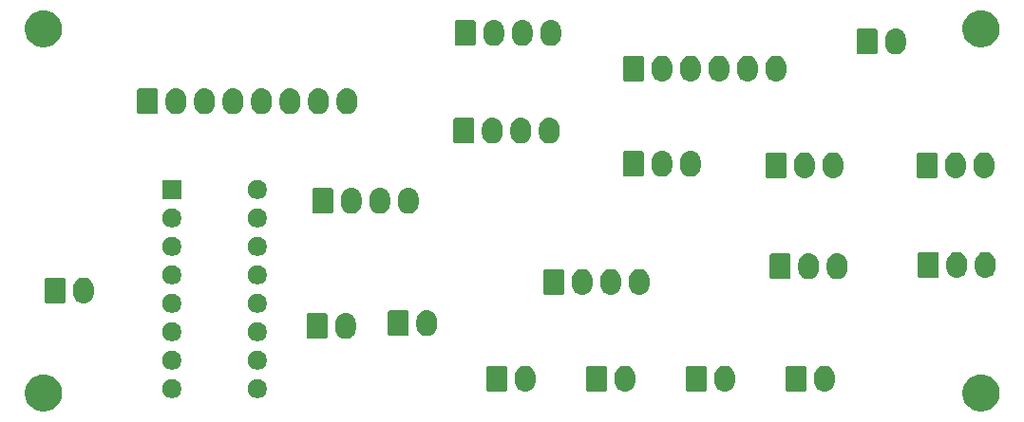
<source format=gbr>
G04 #@! TF.GenerationSoftware,KiCad,Pcbnew,(5.1.5-0-10_14)*
G04 #@! TF.CreationDate,2021-04-18T15:44:56+10:00*
G04 #@! TF.ProjectId,OH - Right Console - Output Distribution,4f48202d-2052-4696-9768-7420436f6e73,rev?*
G04 #@! TF.SameCoordinates,Original*
G04 #@! TF.FileFunction,Soldermask,Bot*
G04 #@! TF.FilePolarity,Negative*
%FSLAX46Y46*%
G04 Gerber Fmt 4.6, Leading zero omitted, Abs format (unit mm)*
G04 Created by KiCad (PCBNEW (5.1.5-0-10_14)) date 2021-04-18 15:44:56*
%MOMM*%
%LPD*%
G04 APERTURE LIST*
%ADD10C,0.100000*%
G04 APERTURE END LIST*
D10*
G36*
X244215256Y-114850298D02*
G01*
X244321579Y-114871447D01*
X244622042Y-114995903D01*
X244892451Y-115176585D01*
X245122415Y-115406549D01*
X245303097Y-115676958D01*
X245427553Y-115977421D01*
X245446644Y-116073396D01*
X245490803Y-116295398D01*
X245491000Y-116296391D01*
X245491000Y-116621609D01*
X245427553Y-116940579D01*
X245303097Y-117241042D01*
X245122415Y-117511451D01*
X244892451Y-117741415D01*
X244622042Y-117922097D01*
X244321579Y-118046553D01*
X244215256Y-118067702D01*
X244002611Y-118110000D01*
X243677389Y-118110000D01*
X243464744Y-118067702D01*
X243358421Y-118046553D01*
X243057958Y-117922097D01*
X242787549Y-117741415D01*
X242557585Y-117511451D01*
X242376903Y-117241042D01*
X242252447Y-116940579D01*
X242189000Y-116621609D01*
X242189000Y-116296391D01*
X242189198Y-116295398D01*
X242233356Y-116073396D01*
X242252447Y-115977421D01*
X242376903Y-115676958D01*
X242557585Y-115406549D01*
X242787549Y-115176585D01*
X243057958Y-114995903D01*
X243358421Y-114871447D01*
X243464744Y-114850298D01*
X243677389Y-114808000D01*
X244002611Y-114808000D01*
X244215256Y-114850298D01*
G37*
G36*
X160649256Y-114850298D02*
G01*
X160755579Y-114871447D01*
X161056042Y-114995903D01*
X161326451Y-115176585D01*
X161556415Y-115406549D01*
X161737097Y-115676958D01*
X161861553Y-115977421D01*
X161880644Y-116073396D01*
X161924803Y-116295398D01*
X161925000Y-116296391D01*
X161925000Y-116621609D01*
X161861553Y-116940579D01*
X161737097Y-117241042D01*
X161556415Y-117511451D01*
X161326451Y-117741415D01*
X161056042Y-117922097D01*
X160755579Y-118046553D01*
X160649256Y-118067702D01*
X160436611Y-118110000D01*
X160111389Y-118110000D01*
X159898744Y-118067702D01*
X159792421Y-118046553D01*
X159491958Y-117922097D01*
X159221549Y-117741415D01*
X158991585Y-117511451D01*
X158810903Y-117241042D01*
X158686447Y-116940579D01*
X158623000Y-116621609D01*
X158623000Y-116296391D01*
X158623198Y-116295398D01*
X158667356Y-116073396D01*
X158686447Y-115977421D01*
X158810903Y-115676958D01*
X158991585Y-115406549D01*
X159221549Y-115176585D01*
X159491958Y-114995903D01*
X159792421Y-114871447D01*
X159898744Y-114850298D01*
X160111389Y-114808000D01*
X160436611Y-114808000D01*
X160649256Y-114850298D01*
G37*
G36*
X171952228Y-115259703D02*
G01*
X172107100Y-115323853D01*
X172246481Y-115416985D01*
X172365015Y-115535519D01*
X172458147Y-115674900D01*
X172522297Y-115829772D01*
X172555000Y-115994184D01*
X172555000Y-116161816D01*
X172522297Y-116326228D01*
X172458147Y-116481100D01*
X172365015Y-116620481D01*
X172246481Y-116739015D01*
X172107100Y-116832147D01*
X171952228Y-116896297D01*
X171787816Y-116929000D01*
X171620184Y-116929000D01*
X171455772Y-116896297D01*
X171300900Y-116832147D01*
X171161519Y-116739015D01*
X171042985Y-116620481D01*
X170949853Y-116481100D01*
X170885703Y-116326228D01*
X170853000Y-116161816D01*
X170853000Y-115994184D01*
X170885703Y-115829772D01*
X170949853Y-115674900D01*
X171042985Y-115535519D01*
X171161519Y-115416985D01*
X171300900Y-115323853D01*
X171455772Y-115259703D01*
X171620184Y-115227000D01*
X171787816Y-115227000D01*
X171952228Y-115259703D01*
G37*
G36*
X179572228Y-115259703D02*
G01*
X179727100Y-115323853D01*
X179866481Y-115416985D01*
X179985015Y-115535519D01*
X180078147Y-115674900D01*
X180142297Y-115829772D01*
X180175000Y-115994184D01*
X180175000Y-116161816D01*
X180142297Y-116326228D01*
X180078147Y-116481100D01*
X179985015Y-116620481D01*
X179866481Y-116739015D01*
X179727100Y-116832147D01*
X179572228Y-116896297D01*
X179407816Y-116929000D01*
X179240184Y-116929000D01*
X179075772Y-116896297D01*
X178920900Y-116832147D01*
X178781519Y-116739015D01*
X178662985Y-116620481D01*
X178569853Y-116481100D01*
X178505703Y-116326228D01*
X178473000Y-116161816D01*
X178473000Y-115994184D01*
X178505703Y-115829772D01*
X178569853Y-115674900D01*
X178662985Y-115535519D01*
X178781519Y-115416985D01*
X178920900Y-115323853D01*
X179075772Y-115259703D01*
X179240184Y-115227000D01*
X179407816Y-115227000D01*
X179572228Y-115259703D01*
G37*
G36*
X212270547Y-114051326D02*
G01*
X212444156Y-114103990D01*
X212444158Y-114103991D01*
X212604155Y-114189511D01*
X212744397Y-114304603D01*
X212813659Y-114389000D01*
X212859489Y-114444844D01*
X212945010Y-114604843D01*
X212997674Y-114778452D01*
X213011000Y-114913756D01*
X213011000Y-115464243D01*
X212997674Y-115599548D01*
X212945010Y-115773157D01*
X212859489Y-115933156D01*
X212823729Y-115976729D01*
X212744397Y-116073397D01*
X212647729Y-116152729D01*
X212604156Y-116188489D01*
X212444157Y-116274010D01*
X212270548Y-116326674D01*
X212090000Y-116344456D01*
X211909453Y-116326674D01*
X211735844Y-116274010D01*
X211575845Y-116188489D01*
X211532272Y-116152729D01*
X211435604Y-116073397D01*
X211320513Y-115933157D01*
X211320512Y-115933155D01*
X211234990Y-115773157D01*
X211182326Y-115599548D01*
X211169000Y-115464244D01*
X211169000Y-114913757D01*
X211182326Y-114778453D01*
X211234990Y-114604844D01*
X211320511Y-114444845D01*
X211320512Y-114444844D01*
X211435603Y-114304603D01*
X211561388Y-114201375D01*
X211575844Y-114189511D01*
X211735843Y-114103990D01*
X211909452Y-114051326D01*
X212090000Y-114033544D01*
X212270547Y-114051326D01*
G37*
G36*
X230050547Y-114051326D02*
G01*
X230224156Y-114103990D01*
X230224158Y-114103991D01*
X230384155Y-114189511D01*
X230524397Y-114304603D01*
X230593659Y-114389000D01*
X230639489Y-114444844D01*
X230725010Y-114604843D01*
X230777674Y-114778452D01*
X230791000Y-114913756D01*
X230791000Y-115464243D01*
X230777674Y-115599548D01*
X230725010Y-115773157D01*
X230639489Y-115933156D01*
X230603729Y-115976729D01*
X230524397Y-116073397D01*
X230427729Y-116152729D01*
X230384156Y-116188489D01*
X230224157Y-116274010D01*
X230050548Y-116326674D01*
X229870000Y-116344456D01*
X229689453Y-116326674D01*
X229515844Y-116274010D01*
X229355845Y-116188489D01*
X229312272Y-116152729D01*
X229215604Y-116073397D01*
X229100513Y-115933157D01*
X229100512Y-115933155D01*
X229014990Y-115773157D01*
X228962326Y-115599548D01*
X228949000Y-115464244D01*
X228949000Y-114913757D01*
X228962326Y-114778453D01*
X229014990Y-114604844D01*
X229100511Y-114444845D01*
X229100512Y-114444844D01*
X229215603Y-114304603D01*
X229341388Y-114201375D01*
X229355844Y-114189511D01*
X229515843Y-114103990D01*
X229689452Y-114051326D01*
X229870000Y-114033544D01*
X230050547Y-114051326D01*
G37*
G36*
X203380547Y-114051326D02*
G01*
X203554156Y-114103990D01*
X203554158Y-114103991D01*
X203714155Y-114189511D01*
X203854397Y-114304603D01*
X203923659Y-114389000D01*
X203969489Y-114444844D01*
X204055010Y-114604843D01*
X204107674Y-114778452D01*
X204121000Y-114913756D01*
X204121000Y-115464243D01*
X204107674Y-115599548D01*
X204055010Y-115773157D01*
X203969489Y-115933156D01*
X203933729Y-115976729D01*
X203854397Y-116073397D01*
X203757729Y-116152729D01*
X203714156Y-116188489D01*
X203554157Y-116274010D01*
X203380548Y-116326674D01*
X203200000Y-116344456D01*
X203019453Y-116326674D01*
X202845844Y-116274010D01*
X202685845Y-116188489D01*
X202642272Y-116152729D01*
X202545604Y-116073397D01*
X202430513Y-115933157D01*
X202430512Y-115933155D01*
X202344990Y-115773157D01*
X202292326Y-115599548D01*
X202279000Y-115464244D01*
X202279000Y-114913757D01*
X202292326Y-114778453D01*
X202344990Y-114604844D01*
X202430511Y-114444845D01*
X202430512Y-114444844D01*
X202545603Y-114304603D01*
X202671388Y-114201375D01*
X202685844Y-114189511D01*
X202845843Y-114103990D01*
X203019452Y-114051326D01*
X203200000Y-114033544D01*
X203380547Y-114051326D01*
G37*
G36*
X221160547Y-114051326D02*
G01*
X221334156Y-114103990D01*
X221334158Y-114103991D01*
X221494155Y-114189511D01*
X221634397Y-114304603D01*
X221703659Y-114389000D01*
X221749489Y-114444844D01*
X221835010Y-114604843D01*
X221887674Y-114778452D01*
X221901000Y-114913756D01*
X221901000Y-115464243D01*
X221887674Y-115599548D01*
X221835010Y-115773157D01*
X221749489Y-115933156D01*
X221713729Y-115976729D01*
X221634397Y-116073397D01*
X221537729Y-116152729D01*
X221494156Y-116188489D01*
X221334157Y-116274010D01*
X221160548Y-116326674D01*
X220980000Y-116344456D01*
X220799453Y-116326674D01*
X220625844Y-116274010D01*
X220465845Y-116188489D01*
X220422272Y-116152729D01*
X220325604Y-116073397D01*
X220210513Y-115933157D01*
X220210512Y-115933155D01*
X220124990Y-115773157D01*
X220072326Y-115599548D01*
X220059000Y-115464244D01*
X220059000Y-114913757D01*
X220072326Y-114778453D01*
X220124990Y-114604844D01*
X220210511Y-114444845D01*
X220210512Y-114444844D01*
X220325603Y-114304603D01*
X220451388Y-114201375D01*
X220465844Y-114189511D01*
X220625843Y-114103990D01*
X220799452Y-114051326D01*
X220980000Y-114033544D01*
X221160547Y-114051326D01*
G37*
G36*
X219219561Y-114041966D02*
G01*
X219252383Y-114051923D01*
X219282632Y-114068092D01*
X219309148Y-114089852D01*
X219330908Y-114116368D01*
X219347077Y-114146617D01*
X219357034Y-114179439D01*
X219361000Y-114219713D01*
X219361000Y-116158287D01*
X219357034Y-116198561D01*
X219347077Y-116231383D01*
X219330908Y-116261632D01*
X219309148Y-116288148D01*
X219282632Y-116309908D01*
X219252383Y-116326077D01*
X219219561Y-116336034D01*
X219179287Y-116340000D01*
X217700713Y-116340000D01*
X217660439Y-116336034D01*
X217627617Y-116326077D01*
X217597368Y-116309908D01*
X217570852Y-116288148D01*
X217549092Y-116261632D01*
X217532923Y-116231383D01*
X217522966Y-116198561D01*
X217519000Y-116158287D01*
X217519000Y-114219713D01*
X217522966Y-114179439D01*
X217532923Y-114146617D01*
X217549092Y-114116368D01*
X217570852Y-114089852D01*
X217597368Y-114068092D01*
X217627617Y-114051923D01*
X217660439Y-114041966D01*
X217700713Y-114038000D01*
X219179287Y-114038000D01*
X219219561Y-114041966D01*
G37*
G36*
X210329561Y-114041966D02*
G01*
X210362383Y-114051923D01*
X210392632Y-114068092D01*
X210419148Y-114089852D01*
X210440908Y-114116368D01*
X210457077Y-114146617D01*
X210467034Y-114179439D01*
X210471000Y-114219713D01*
X210471000Y-116158287D01*
X210467034Y-116198561D01*
X210457077Y-116231383D01*
X210440908Y-116261632D01*
X210419148Y-116288148D01*
X210392632Y-116309908D01*
X210362383Y-116326077D01*
X210329561Y-116336034D01*
X210289287Y-116340000D01*
X208810713Y-116340000D01*
X208770439Y-116336034D01*
X208737617Y-116326077D01*
X208707368Y-116309908D01*
X208680852Y-116288148D01*
X208659092Y-116261632D01*
X208642923Y-116231383D01*
X208632966Y-116198561D01*
X208629000Y-116158287D01*
X208629000Y-114219713D01*
X208632966Y-114179439D01*
X208642923Y-114146617D01*
X208659092Y-114116368D01*
X208680852Y-114089852D01*
X208707368Y-114068092D01*
X208737617Y-114051923D01*
X208770439Y-114041966D01*
X208810713Y-114038000D01*
X210289287Y-114038000D01*
X210329561Y-114041966D01*
G37*
G36*
X201439561Y-114041966D02*
G01*
X201472383Y-114051923D01*
X201502632Y-114068092D01*
X201529148Y-114089852D01*
X201550908Y-114116368D01*
X201567077Y-114146617D01*
X201577034Y-114179439D01*
X201581000Y-114219713D01*
X201581000Y-116158287D01*
X201577034Y-116198561D01*
X201567077Y-116231383D01*
X201550908Y-116261632D01*
X201529148Y-116288148D01*
X201502632Y-116309908D01*
X201472383Y-116326077D01*
X201439561Y-116336034D01*
X201399287Y-116340000D01*
X199920713Y-116340000D01*
X199880439Y-116336034D01*
X199847617Y-116326077D01*
X199817368Y-116309908D01*
X199790852Y-116288148D01*
X199769092Y-116261632D01*
X199752923Y-116231383D01*
X199742966Y-116198561D01*
X199739000Y-116158287D01*
X199739000Y-114219713D01*
X199742966Y-114179439D01*
X199752923Y-114146617D01*
X199769092Y-114116368D01*
X199790852Y-114089852D01*
X199817368Y-114068092D01*
X199847617Y-114051923D01*
X199880439Y-114041966D01*
X199920713Y-114038000D01*
X201399287Y-114038000D01*
X201439561Y-114041966D01*
G37*
G36*
X228109561Y-114041966D02*
G01*
X228142383Y-114051923D01*
X228172632Y-114068092D01*
X228199148Y-114089852D01*
X228220908Y-114116368D01*
X228237077Y-114146617D01*
X228247034Y-114179439D01*
X228251000Y-114219713D01*
X228251000Y-116158287D01*
X228247034Y-116198561D01*
X228237077Y-116231383D01*
X228220908Y-116261632D01*
X228199148Y-116288148D01*
X228172632Y-116309908D01*
X228142383Y-116326077D01*
X228109561Y-116336034D01*
X228069287Y-116340000D01*
X226590713Y-116340000D01*
X226550439Y-116336034D01*
X226517617Y-116326077D01*
X226487368Y-116309908D01*
X226460852Y-116288148D01*
X226439092Y-116261632D01*
X226422923Y-116231383D01*
X226412966Y-116198561D01*
X226409000Y-116158287D01*
X226409000Y-114219713D01*
X226412966Y-114179439D01*
X226422923Y-114146617D01*
X226439092Y-114116368D01*
X226460852Y-114089852D01*
X226487368Y-114068092D01*
X226517617Y-114051923D01*
X226550439Y-114041966D01*
X226590713Y-114038000D01*
X228069287Y-114038000D01*
X228109561Y-114041966D01*
G37*
G36*
X179572228Y-112719703D02*
G01*
X179727100Y-112783853D01*
X179866481Y-112876985D01*
X179985015Y-112995519D01*
X180078147Y-113134900D01*
X180142297Y-113289772D01*
X180175000Y-113454184D01*
X180175000Y-113621816D01*
X180142297Y-113786228D01*
X180078147Y-113941100D01*
X179985015Y-114080481D01*
X179866481Y-114199015D01*
X179727100Y-114292147D01*
X179572228Y-114356297D01*
X179407816Y-114389000D01*
X179240184Y-114389000D01*
X179075772Y-114356297D01*
X178920900Y-114292147D01*
X178781519Y-114199015D01*
X178662985Y-114080481D01*
X178569853Y-113941100D01*
X178505703Y-113786228D01*
X178473000Y-113621816D01*
X178473000Y-113454184D01*
X178505703Y-113289772D01*
X178569853Y-113134900D01*
X178662985Y-112995519D01*
X178781519Y-112876985D01*
X178920900Y-112783853D01*
X179075772Y-112719703D01*
X179240184Y-112687000D01*
X179407816Y-112687000D01*
X179572228Y-112719703D01*
G37*
G36*
X171952228Y-112719703D02*
G01*
X172107100Y-112783853D01*
X172246481Y-112876985D01*
X172365015Y-112995519D01*
X172458147Y-113134900D01*
X172522297Y-113289772D01*
X172555000Y-113454184D01*
X172555000Y-113621816D01*
X172522297Y-113786228D01*
X172458147Y-113941100D01*
X172365015Y-114080481D01*
X172246481Y-114199015D01*
X172107100Y-114292147D01*
X171952228Y-114356297D01*
X171787816Y-114389000D01*
X171620184Y-114389000D01*
X171455772Y-114356297D01*
X171300900Y-114292147D01*
X171161519Y-114199015D01*
X171042985Y-114080481D01*
X170949853Y-113941100D01*
X170885703Y-113786228D01*
X170853000Y-113621816D01*
X170853000Y-113454184D01*
X170885703Y-113289772D01*
X170949853Y-113134900D01*
X171042985Y-112995519D01*
X171161519Y-112876985D01*
X171300900Y-112783853D01*
X171455772Y-112719703D01*
X171620184Y-112687000D01*
X171787816Y-112687000D01*
X171952228Y-112719703D01*
G37*
G36*
X179572228Y-110179703D02*
G01*
X179727100Y-110243853D01*
X179866481Y-110336985D01*
X179985015Y-110455519D01*
X180078147Y-110594900D01*
X180142297Y-110749772D01*
X180175000Y-110914184D01*
X180175000Y-111081816D01*
X180142297Y-111246228D01*
X180078147Y-111401100D01*
X179985015Y-111540481D01*
X179866481Y-111659015D01*
X179727100Y-111752147D01*
X179572228Y-111816297D01*
X179407816Y-111849000D01*
X179240184Y-111849000D01*
X179075772Y-111816297D01*
X178920900Y-111752147D01*
X178781519Y-111659015D01*
X178662985Y-111540481D01*
X178569853Y-111401100D01*
X178505703Y-111246228D01*
X178473000Y-111081816D01*
X178473000Y-110914184D01*
X178505703Y-110749772D01*
X178569853Y-110594900D01*
X178662985Y-110455519D01*
X178781519Y-110336985D01*
X178920900Y-110243853D01*
X179075772Y-110179703D01*
X179240184Y-110147000D01*
X179407816Y-110147000D01*
X179572228Y-110179703D01*
G37*
G36*
X171952228Y-110179703D02*
G01*
X172107100Y-110243853D01*
X172246481Y-110336985D01*
X172365015Y-110455519D01*
X172458147Y-110594900D01*
X172522297Y-110749772D01*
X172555000Y-110914184D01*
X172555000Y-111081816D01*
X172522297Y-111246228D01*
X172458147Y-111401100D01*
X172365015Y-111540481D01*
X172246481Y-111659015D01*
X172107100Y-111752147D01*
X171952228Y-111816297D01*
X171787816Y-111849000D01*
X171620184Y-111849000D01*
X171455772Y-111816297D01*
X171300900Y-111752147D01*
X171161519Y-111659015D01*
X171042985Y-111540481D01*
X170949853Y-111401100D01*
X170885703Y-111246228D01*
X170853000Y-111081816D01*
X170853000Y-110914184D01*
X170885703Y-110749772D01*
X170949853Y-110594900D01*
X171042985Y-110455519D01*
X171161519Y-110336985D01*
X171300900Y-110243853D01*
X171455772Y-110179703D01*
X171620184Y-110147000D01*
X171787816Y-110147000D01*
X171952228Y-110179703D01*
G37*
G36*
X187378547Y-109352326D02*
G01*
X187552156Y-109404990D01*
X187552158Y-109404991D01*
X187712155Y-109490511D01*
X187852397Y-109605603D01*
X187890345Y-109651844D01*
X187967489Y-109745844D01*
X188053010Y-109905843D01*
X188105674Y-110079452D01*
X188119000Y-110214756D01*
X188119000Y-110765243D01*
X188105674Y-110900548D01*
X188053010Y-111074157D01*
X187967489Y-111234156D01*
X187938581Y-111269380D01*
X187852397Y-111374397D01*
X187755729Y-111453729D01*
X187712156Y-111489489D01*
X187552157Y-111575010D01*
X187378548Y-111627674D01*
X187198000Y-111645456D01*
X187017453Y-111627674D01*
X186843844Y-111575010D01*
X186683845Y-111489489D01*
X186640272Y-111453729D01*
X186543604Y-111374397D01*
X186428513Y-111234157D01*
X186428512Y-111234155D01*
X186342990Y-111074157D01*
X186290326Y-110900548D01*
X186277000Y-110765244D01*
X186277000Y-110214757D01*
X186290326Y-110079453D01*
X186342990Y-109905844D01*
X186428511Y-109745845D01*
X186428512Y-109745844D01*
X186543603Y-109605603D01*
X186682219Y-109491845D01*
X186683844Y-109490511D01*
X186843843Y-109404990D01*
X187017452Y-109352326D01*
X187198000Y-109334544D01*
X187378547Y-109352326D01*
G37*
G36*
X185437561Y-109342966D02*
G01*
X185470383Y-109352923D01*
X185500632Y-109369092D01*
X185527148Y-109390852D01*
X185548908Y-109417368D01*
X185565077Y-109447617D01*
X185575034Y-109480439D01*
X185579000Y-109520713D01*
X185579000Y-111459287D01*
X185575034Y-111499561D01*
X185565077Y-111532383D01*
X185548908Y-111562632D01*
X185527148Y-111589148D01*
X185500632Y-111610908D01*
X185470383Y-111627077D01*
X185437561Y-111637034D01*
X185397287Y-111641000D01*
X183918713Y-111641000D01*
X183878439Y-111637034D01*
X183845617Y-111627077D01*
X183815368Y-111610908D01*
X183788852Y-111589148D01*
X183767092Y-111562632D01*
X183750923Y-111532383D01*
X183740966Y-111499561D01*
X183737000Y-111459287D01*
X183737000Y-109520713D01*
X183740966Y-109480439D01*
X183750923Y-109447617D01*
X183767092Y-109417368D01*
X183788852Y-109390852D01*
X183815368Y-109369092D01*
X183845617Y-109352923D01*
X183878439Y-109342966D01*
X183918713Y-109339000D01*
X185397287Y-109339000D01*
X185437561Y-109342966D01*
G37*
G36*
X194617547Y-109098326D02*
G01*
X194791156Y-109150990D01*
X194791158Y-109150991D01*
X194951155Y-109236511D01*
X195091397Y-109351603D01*
X195144668Y-109416515D01*
X195206489Y-109491844D01*
X195292010Y-109651843D01*
X195344674Y-109825452D01*
X195358000Y-109960756D01*
X195358000Y-110511243D01*
X195344674Y-110646548D01*
X195292010Y-110820157D01*
X195206489Y-110980156D01*
X195170729Y-111023729D01*
X195091397Y-111120397D01*
X194994729Y-111199729D01*
X194951156Y-111235489D01*
X194791157Y-111321010D01*
X194617548Y-111373674D01*
X194437000Y-111391456D01*
X194256453Y-111373674D01*
X194082844Y-111321010D01*
X193922845Y-111235489D01*
X193879272Y-111199729D01*
X193782604Y-111120397D01*
X193667513Y-110980157D01*
X193667512Y-110980155D01*
X193581990Y-110820157D01*
X193529326Y-110646548D01*
X193516000Y-110511244D01*
X193516000Y-109960757D01*
X193529326Y-109825453D01*
X193581990Y-109651844D01*
X193667511Y-109491845D01*
X193696419Y-109456620D01*
X193782603Y-109351603D01*
X193908388Y-109248375D01*
X193922844Y-109236511D01*
X194082843Y-109150990D01*
X194256452Y-109098326D01*
X194437000Y-109080544D01*
X194617547Y-109098326D01*
G37*
G36*
X192676561Y-109088966D02*
G01*
X192709383Y-109098923D01*
X192739632Y-109115092D01*
X192766148Y-109136852D01*
X192787908Y-109163368D01*
X192804077Y-109193617D01*
X192814034Y-109226439D01*
X192818000Y-109266713D01*
X192818000Y-111205287D01*
X192814034Y-111245561D01*
X192804077Y-111278383D01*
X192787908Y-111308632D01*
X192766148Y-111335148D01*
X192739632Y-111356908D01*
X192709383Y-111373077D01*
X192676561Y-111383034D01*
X192636287Y-111387000D01*
X191157713Y-111387000D01*
X191117439Y-111383034D01*
X191084617Y-111373077D01*
X191054368Y-111356908D01*
X191027852Y-111335148D01*
X191006092Y-111308632D01*
X190989923Y-111278383D01*
X190979966Y-111245561D01*
X190976000Y-111205287D01*
X190976000Y-109266713D01*
X190979966Y-109226439D01*
X190989923Y-109193617D01*
X191006092Y-109163368D01*
X191027852Y-109136852D01*
X191054368Y-109115092D01*
X191084617Y-109098923D01*
X191117439Y-109088966D01*
X191157713Y-109085000D01*
X192636287Y-109085000D01*
X192676561Y-109088966D01*
G37*
G36*
X179572228Y-107639703D02*
G01*
X179727100Y-107703853D01*
X179866481Y-107796985D01*
X179985015Y-107915519D01*
X180078147Y-108054900D01*
X180142297Y-108209772D01*
X180175000Y-108374184D01*
X180175000Y-108541816D01*
X180142297Y-108706228D01*
X180078147Y-108861100D01*
X179985015Y-109000481D01*
X179866481Y-109119015D01*
X179727100Y-109212147D01*
X179572228Y-109276297D01*
X179407816Y-109309000D01*
X179240184Y-109309000D01*
X179075772Y-109276297D01*
X178920900Y-109212147D01*
X178781519Y-109119015D01*
X178662985Y-109000481D01*
X178569853Y-108861100D01*
X178505703Y-108706228D01*
X178473000Y-108541816D01*
X178473000Y-108374184D01*
X178505703Y-108209772D01*
X178569853Y-108054900D01*
X178662985Y-107915519D01*
X178781519Y-107796985D01*
X178920900Y-107703853D01*
X179075772Y-107639703D01*
X179240184Y-107607000D01*
X179407816Y-107607000D01*
X179572228Y-107639703D01*
G37*
G36*
X171952228Y-107639703D02*
G01*
X172107100Y-107703853D01*
X172246481Y-107796985D01*
X172365015Y-107915519D01*
X172458147Y-108054900D01*
X172522297Y-108209772D01*
X172555000Y-108374184D01*
X172555000Y-108541816D01*
X172522297Y-108706228D01*
X172458147Y-108861100D01*
X172365015Y-109000481D01*
X172246481Y-109119015D01*
X172107100Y-109212147D01*
X171952228Y-109276297D01*
X171787816Y-109309000D01*
X171620184Y-109309000D01*
X171455772Y-109276297D01*
X171300900Y-109212147D01*
X171161519Y-109119015D01*
X171042985Y-109000481D01*
X170949853Y-108861100D01*
X170885703Y-108706228D01*
X170853000Y-108541816D01*
X170853000Y-108374184D01*
X170885703Y-108209772D01*
X170949853Y-108054900D01*
X171042985Y-107915519D01*
X171161519Y-107796985D01*
X171300900Y-107703853D01*
X171455772Y-107639703D01*
X171620184Y-107607000D01*
X171787816Y-107607000D01*
X171952228Y-107639703D01*
G37*
G36*
X164010547Y-106177326D02*
G01*
X164184156Y-106229990D01*
X164184158Y-106229991D01*
X164344155Y-106315511D01*
X164484397Y-106430603D01*
X164563729Y-106527271D01*
X164599489Y-106570844D01*
X164685010Y-106730843D01*
X164737674Y-106904452D01*
X164751000Y-107039756D01*
X164751000Y-107590243D01*
X164737674Y-107725548D01*
X164685010Y-107899157D01*
X164599489Y-108059156D01*
X164563729Y-108102729D01*
X164484397Y-108199397D01*
X164387729Y-108278729D01*
X164344156Y-108314489D01*
X164184157Y-108400010D01*
X164010548Y-108452674D01*
X163830000Y-108470456D01*
X163649453Y-108452674D01*
X163475844Y-108400010D01*
X163315845Y-108314489D01*
X163272272Y-108278729D01*
X163175604Y-108199397D01*
X163060513Y-108059157D01*
X163060512Y-108059155D01*
X162974990Y-107899157D01*
X162922326Y-107725548D01*
X162909000Y-107590244D01*
X162909000Y-107039757D01*
X162922326Y-106904453D01*
X162974990Y-106730844D01*
X163060511Y-106570845D01*
X163060512Y-106570844D01*
X163175603Y-106430603D01*
X163301388Y-106327375D01*
X163315844Y-106315511D01*
X163475843Y-106229990D01*
X163649452Y-106177326D01*
X163830000Y-106159544D01*
X164010547Y-106177326D01*
G37*
G36*
X162069561Y-106167966D02*
G01*
X162102383Y-106177923D01*
X162132632Y-106194092D01*
X162159148Y-106215852D01*
X162180908Y-106242368D01*
X162197077Y-106272617D01*
X162207034Y-106305439D01*
X162211000Y-106345713D01*
X162211000Y-108284287D01*
X162207034Y-108324561D01*
X162197077Y-108357383D01*
X162180908Y-108387632D01*
X162159148Y-108414148D01*
X162132632Y-108435908D01*
X162102383Y-108452077D01*
X162069561Y-108462034D01*
X162029287Y-108466000D01*
X160550713Y-108466000D01*
X160510439Y-108462034D01*
X160477617Y-108452077D01*
X160447368Y-108435908D01*
X160420852Y-108414148D01*
X160399092Y-108387632D01*
X160382923Y-108357383D01*
X160372966Y-108324561D01*
X160369000Y-108284287D01*
X160369000Y-106345713D01*
X160372966Y-106305439D01*
X160382923Y-106272617D01*
X160399092Y-106242368D01*
X160420852Y-106215852D01*
X160447368Y-106194092D01*
X160477617Y-106177923D01*
X160510439Y-106167966D01*
X160550713Y-106164000D01*
X162029287Y-106164000D01*
X162069561Y-106167966D01*
G37*
G36*
X213540547Y-105415326D02*
G01*
X213714156Y-105467990D01*
X213714158Y-105467991D01*
X213874155Y-105553511D01*
X214014397Y-105668603D01*
X214093729Y-105765271D01*
X214129489Y-105808844D01*
X214215010Y-105968843D01*
X214267674Y-106142452D01*
X214271372Y-106180000D01*
X214280917Y-106276908D01*
X214281000Y-106277756D01*
X214281000Y-106828243D01*
X214267674Y-106963548D01*
X214215010Y-107137157D01*
X214129489Y-107297156D01*
X214093729Y-107340729D01*
X214014397Y-107437397D01*
X213917729Y-107516729D01*
X213874156Y-107552489D01*
X213714157Y-107638010D01*
X213540548Y-107690674D01*
X213360000Y-107708456D01*
X213179453Y-107690674D01*
X213005844Y-107638010D01*
X212845845Y-107552489D01*
X212802272Y-107516729D01*
X212705604Y-107437397D01*
X212590513Y-107297157D01*
X212590512Y-107297155D01*
X212504990Y-107137157D01*
X212452326Y-106963548D01*
X212439000Y-106828244D01*
X212439000Y-106277757D01*
X212452326Y-106142453D01*
X212504990Y-105968844D01*
X212590511Y-105808845D01*
X212619801Y-105773155D01*
X212705603Y-105668603D01*
X212829959Y-105566548D01*
X212845844Y-105553511D01*
X213005843Y-105467990D01*
X213179452Y-105415326D01*
X213360000Y-105397544D01*
X213540547Y-105415326D01*
G37*
G36*
X208460547Y-105415326D02*
G01*
X208634156Y-105467990D01*
X208634158Y-105467991D01*
X208794155Y-105553511D01*
X208934397Y-105668603D01*
X209013729Y-105765271D01*
X209049489Y-105808844D01*
X209135010Y-105968843D01*
X209187674Y-106142452D01*
X209191372Y-106180000D01*
X209200917Y-106276908D01*
X209201000Y-106277756D01*
X209201000Y-106828243D01*
X209187674Y-106963548D01*
X209135010Y-107137157D01*
X209049489Y-107297156D01*
X209013729Y-107340729D01*
X208934397Y-107437397D01*
X208837729Y-107516729D01*
X208794156Y-107552489D01*
X208634157Y-107638010D01*
X208460548Y-107690674D01*
X208280000Y-107708456D01*
X208099453Y-107690674D01*
X207925844Y-107638010D01*
X207765845Y-107552489D01*
X207722272Y-107516729D01*
X207625604Y-107437397D01*
X207510513Y-107297157D01*
X207510512Y-107297155D01*
X207424990Y-107137157D01*
X207372326Y-106963548D01*
X207359000Y-106828244D01*
X207359000Y-106277757D01*
X207372326Y-106142453D01*
X207424990Y-105968844D01*
X207510511Y-105808845D01*
X207539801Y-105773155D01*
X207625603Y-105668603D01*
X207749959Y-105566548D01*
X207765844Y-105553511D01*
X207925843Y-105467990D01*
X208099452Y-105415326D01*
X208280000Y-105397544D01*
X208460547Y-105415326D01*
G37*
G36*
X211000547Y-105415326D02*
G01*
X211174156Y-105467990D01*
X211174158Y-105467991D01*
X211334155Y-105553511D01*
X211474397Y-105668603D01*
X211553729Y-105765271D01*
X211589489Y-105808844D01*
X211675010Y-105968843D01*
X211727674Y-106142452D01*
X211731372Y-106180000D01*
X211740917Y-106276908D01*
X211741000Y-106277756D01*
X211741000Y-106828243D01*
X211727674Y-106963548D01*
X211675010Y-107137157D01*
X211589489Y-107297156D01*
X211553729Y-107340729D01*
X211474397Y-107437397D01*
X211377729Y-107516729D01*
X211334156Y-107552489D01*
X211174157Y-107638010D01*
X211000548Y-107690674D01*
X210820000Y-107708456D01*
X210639453Y-107690674D01*
X210465844Y-107638010D01*
X210305845Y-107552489D01*
X210262272Y-107516729D01*
X210165604Y-107437397D01*
X210050513Y-107297157D01*
X210050512Y-107297155D01*
X209964990Y-107137157D01*
X209912326Y-106963548D01*
X209899000Y-106828244D01*
X209899000Y-106277757D01*
X209912326Y-106142453D01*
X209964990Y-105968844D01*
X210050511Y-105808845D01*
X210079801Y-105773155D01*
X210165603Y-105668603D01*
X210289959Y-105566548D01*
X210305844Y-105553511D01*
X210465843Y-105467990D01*
X210639452Y-105415326D01*
X210820000Y-105397544D01*
X211000547Y-105415326D01*
G37*
G36*
X206519561Y-105405966D02*
G01*
X206552383Y-105415923D01*
X206582632Y-105432092D01*
X206609148Y-105453852D01*
X206630908Y-105480368D01*
X206647077Y-105510617D01*
X206657034Y-105543439D01*
X206661000Y-105583713D01*
X206661000Y-107522287D01*
X206657034Y-107562561D01*
X206647077Y-107595383D01*
X206630908Y-107625632D01*
X206609148Y-107652148D01*
X206582632Y-107673908D01*
X206552383Y-107690077D01*
X206519561Y-107700034D01*
X206479287Y-107704000D01*
X205000713Y-107704000D01*
X204960439Y-107700034D01*
X204927617Y-107690077D01*
X204897368Y-107673908D01*
X204870852Y-107652148D01*
X204849092Y-107625632D01*
X204832923Y-107595383D01*
X204822966Y-107562561D01*
X204819000Y-107522287D01*
X204819000Y-105583713D01*
X204822966Y-105543439D01*
X204832923Y-105510617D01*
X204849092Y-105480368D01*
X204870852Y-105453852D01*
X204897368Y-105432092D01*
X204927617Y-105415923D01*
X204960439Y-105405966D01*
X205000713Y-105402000D01*
X206479287Y-105402000D01*
X206519561Y-105405966D01*
G37*
G36*
X171952228Y-105099703D02*
G01*
X172107100Y-105163853D01*
X172246481Y-105256985D01*
X172365015Y-105375519D01*
X172458147Y-105514900D01*
X172522297Y-105669772D01*
X172555000Y-105834184D01*
X172555000Y-106001816D01*
X172522297Y-106166228D01*
X172458147Y-106321100D01*
X172365015Y-106460481D01*
X172246481Y-106579015D01*
X172107100Y-106672147D01*
X171952228Y-106736297D01*
X171787816Y-106769000D01*
X171620184Y-106769000D01*
X171455772Y-106736297D01*
X171300900Y-106672147D01*
X171161519Y-106579015D01*
X171042985Y-106460481D01*
X170949853Y-106321100D01*
X170885703Y-106166228D01*
X170853000Y-106001816D01*
X170853000Y-105834184D01*
X170885703Y-105669772D01*
X170949853Y-105514900D01*
X171042985Y-105375519D01*
X171161519Y-105256985D01*
X171300900Y-105163853D01*
X171455772Y-105099703D01*
X171620184Y-105067000D01*
X171787816Y-105067000D01*
X171952228Y-105099703D01*
G37*
G36*
X179572228Y-105099703D02*
G01*
X179727100Y-105163853D01*
X179866481Y-105256985D01*
X179985015Y-105375519D01*
X180078147Y-105514900D01*
X180142297Y-105669772D01*
X180175000Y-105834184D01*
X180175000Y-106001816D01*
X180142297Y-106166228D01*
X180078147Y-106321100D01*
X179985015Y-106460481D01*
X179866481Y-106579015D01*
X179727100Y-106672147D01*
X179572228Y-106736297D01*
X179407816Y-106769000D01*
X179240184Y-106769000D01*
X179075772Y-106736297D01*
X178920900Y-106672147D01*
X178781519Y-106579015D01*
X178662985Y-106460481D01*
X178569853Y-106321100D01*
X178505703Y-106166228D01*
X178473000Y-106001816D01*
X178473000Y-105834184D01*
X178505703Y-105669772D01*
X178569853Y-105514900D01*
X178662985Y-105375519D01*
X178781519Y-105256985D01*
X178920900Y-105163853D01*
X179075772Y-105099703D01*
X179240184Y-105067000D01*
X179407816Y-105067000D01*
X179572228Y-105099703D01*
G37*
G36*
X228653547Y-104018326D02*
G01*
X228827156Y-104070990D01*
X228827158Y-104070991D01*
X228987155Y-104156511D01*
X229127397Y-104271603D01*
X229206729Y-104368271D01*
X229242489Y-104411844D01*
X229328010Y-104571843D01*
X229380674Y-104745452D01*
X229394000Y-104880756D01*
X229394000Y-105431243D01*
X229380674Y-105566548D01*
X229328010Y-105740157D01*
X229242489Y-105900156D01*
X229206729Y-105943729D01*
X229127397Y-106040397D01*
X229051741Y-106102485D01*
X228987156Y-106155489D01*
X228827157Y-106241010D01*
X228653548Y-106293674D01*
X228473000Y-106311456D01*
X228292453Y-106293674D01*
X228118844Y-106241010D01*
X227958845Y-106155489D01*
X227894260Y-106102485D01*
X227818604Y-106040397D01*
X227703513Y-105900157D01*
X227703512Y-105900155D01*
X227617990Y-105740157D01*
X227565326Y-105566548D01*
X227552818Y-105439546D01*
X227552000Y-105431245D01*
X227552000Y-104880756D01*
X227564508Y-104753756D01*
X227565326Y-104745453D01*
X227617990Y-104571844D01*
X227703511Y-104411845D01*
X227703512Y-104411844D01*
X227818603Y-104271603D01*
X227944388Y-104168375D01*
X227958844Y-104156511D01*
X228118843Y-104070990D01*
X228292452Y-104018326D01*
X228473000Y-104000544D01*
X228653547Y-104018326D01*
G37*
G36*
X231193547Y-104018326D02*
G01*
X231367156Y-104070990D01*
X231367158Y-104070991D01*
X231527155Y-104156511D01*
X231667397Y-104271603D01*
X231746729Y-104368271D01*
X231782489Y-104411844D01*
X231868010Y-104571843D01*
X231920674Y-104745452D01*
X231934000Y-104880756D01*
X231934000Y-105431243D01*
X231920674Y-105566548D01*
X231868010Y-105740157D01*
X231782489Y-105900156D01*
X231746729Y-105943729D01*
X231667397Y-106040397D01*
X231591741Y-106102485D01*
X231527156Y-106155489D01*
X231367157Y-106241010D01*
X231193548Y-106293674D01*
X231013000Y-106311456D01*
X230832453Y-106293674D01*
X230658844Y-106241010D01*
X230498845Y-106155489D01*
X230434260Y-106102485D01*
X230358604Y-106040397D01*
X230243513Y-105900157D01*
X230243512Y-105900155D01*
X230157990Y-105740157D01*
X230105326Y-105566548D01*
X230092818Y-105439546D01*
X230092000Y-105431245D01*
X230092000Y-104880756D01*
X230104508Y-104753756D01*
X230105326Y-104745453D01*
X230157990Y-104571844D01*
X230243511Y-104411845D01*
X230243512Y-104411844D01*
X230358603Y-104271603D01*
X230484388Y-104168375D01*
X230498844Y-104156511D01*
X230658843Y-104070990D01*
X230832452Y-104018326D01*
X231013000Y-104000544D01*
X231193547Y-104018326D01*
G37*
G36*
X226712561Y-104008966D02*
G01*
X226745383Y-104018923D01*
X226775632Y-104035092D01*
X226802148Y-104056852D01*
X226823908Y-104083368D01*
X226840077Y-104113617D01*
X226850034Y-104146439D01*
X226854000Y-104186713D01*
X226854000Y-106125287D01*
X226850034Y-106165561D01*
X226840077Y-106198383D01*
X226823908Y-106228632D01*
X226802148Y-106255148D01*
X226775632Y-106276908D01*
X226745383Y-106293077D01*
X226712561Y-106303034D01*
X226672287Y-106307000D01*
X225193713Y-106307000D01*
X225153439Y-106303034D01*
X225120617Y-106293077D01*
X225090368Y-106276908D01*
X225063852Y-106255148D01*
X225042092Y-106228632D01*
X225025923Y-106198383D01*
X225015966Y-106165561D01*
X225012000Y-106125287D01*
X225012000Y-104186713D01*
X225015966Y-104146439D01*
X225025923Y-104113617D01*
X225042092Y-104083368D01*
X225063852Y-104056852D01*
X225090368Y-104035092D01*
X225120617Y-104018923D01*
X225153439Y-104008966D01*
X225193713Y-104005000D01*
X226672287Y-104005000D01*
X226712561Y-104008966D01*
G37*
G36*
X241861547Y-103891326D02*
G01*
X242035156Y-103943990D01*
X242035158Y-103943991D01*
X242195155Y-104029511D01*
X242335397Y-104144603D01*
X242395650Y-104218023D01*
X242450489Y-104284844D01*
X242536010Y-104444843D01*
X242588674Y-104618452D01*
X242588674Y-104618454D01*
X242601183Y-104745455D01*
X242602000Y-104753756D01*
X242602000Y-105304243D01*
X242588674Y-105439548D01*
X242536010Y-105613157D01*
X242450489Y-105773156D01*
X242414729Y-105816729D01*
X242335397Y-105913397D01*
X242238729Y-105992729D01*
X242195156Y-106028489D01*
X242035157Y-106114010D01*
X241861548Y-106166674D01*
X241681000Y-106184456D01*
X241500453Y-106166674D01*
X241326844Y-106114010D01*
X241166845Y-106028489D01*
X241123272Y-105992729D01*
X241026604Y-105913397D01*
X240911513Y-105773157D01*
X240911512Y-105773155D01*
X240825990Y-105613157D01*
X240773326Y-105439548D01*
X240760000Y-105304244D01*
X240760000Y-104753757D01*
X240773326Y-104618453D01*
X240825990Y-104444844D01*
X240911511Y-104284845D01*
X240911512Y-104284844D01*
X241026603Y-104144603D01*
X241133529Y-104056852D01*
X241166844Y-104029511D01*
X241326843Y-103943990D01*
X241500452Y-103891326D01*
X241681000Y-103873544D01*
X241861547Y-103891326D01*
G37*
G36*
X244401547Y-103891326D02*
G01*
X244575156Y-103943990D01*
X244575158Y-103943991D01*
X244735155Y-104029511D01*
X244875397Y-104144603D01*
X244935650Y-104218023D01*
X244990489Y-104284844D01*
X245076010Y-104444843D01*
X245128674Y-104618452D01*
X245128674Y-104618454D01*
X245141183Y-104745455D01*
X245142000Y-104753756D01*
X245142000Y-105304243D01*
X245128674Y-105439548D01*
X245076010Y-105613157D01*
X244990489Y-105773156D01*
X244954729Y-105816729D01*
X244875397Y-105913397D01*
X244778729Y-105992729D01*
X244735156Y-106028489D01*
X244575157Y-106114010D01*
X244401548Y-106166674D01*
X244221000Y-106184456D01*
X244040453Y-106166674D01*
X243866844Y-106114010D01*
X243706845Y-106028489D01*
X243663272Y-105992729D01*
X243566604Y-105913397D01*
X243451513Y-105773157D01*
X243451512Y-105773155D01*
X243365990Y-105613157D01*
X243313326Y-105439548D01*
X243300000Y-105304244D01*
X243300000Y-104753757D01*
X243313326Y-104618453D01*
X243365990Y-104444844D01*
X243451511Y-104284845D01*
X243451512Y-104284844D01*
X243566603Y-104144603D01*
X243673529Y-104056852D01*
X243706844Y-104029511D01*
X243866843Y-103943990D01*
X244040452Y-103891326D01*
X244221000Y-103873544D01*
X244401547Y-103891326D01*
G37*
G36*
X239920561Y-103881966D02*
G01*
X239953383Y-103891923D01*
X239983632Y-103908092D01*
X240010148Y-103929852D01*
X240031908Y-103956368D01*
X240048077Y-103986617D01*
X240058034Y-104019439D01*
X240062000Y-104059713D01*
X240062000Y-105998287D01*
X240058034Y-106038561D01*
X240048077Y-106071383D01*
X240031908Y-106101632D01*
X240010148Y-106128148D01*
X239983632Y-106149908D01*
X239953383Y-106166077D01*
X239920561Y-106176034D01*
X239880287Y-106180000D01*
X238401713Y-106180000D01*
X238361439Y-106176034D01*
X238328617Y-106166077D01*
X238298368Y-106149908D01*
X238271852Y-106128148D01*
X238250092Y-106101632D01*
X238233923Y-106071383D01*
X238223966Y-106038561D01*
X238220000Y-105998287D01*
X238220000Y-104059713D01*
X238223966Y-104019439D01*
X238233923Y-103986617D01*
X238250092Y-103956368D01*
X238271852Y-103929852D01*
X238298368Y-103908092D01*
X238328617Y-103891923D01*
X238361439Y-103881966D01*
X238401713Y-103878000D01*
X239880287Y-103878000D01*
X239920561Y-103881966D01*
G37*
G36*
X179572228Y-102559703D02*
G01*
X179727100Y-102623853D01*
X179866481Y-102716985D01*
X179985015Y-102835519D01*
X180078147Y-102974900D01*
X180142297Y-103129772D01*
X180175000Y-103294184D01*
X180175000Y-103461816D01*
X180142297Y-103626228D01*
X180078147Y-103781100D01*
X179985015Y-103920481D01*
X179866481Y-104039015D01*
X179727100Y-104132147D01*
X179572228Y-104196297D01*
X179407816Y-104229000D01*
X179240184Y-104229000D01*
X179075772Y-104196297D01*
X178920900Y-104132147D01*
X178781519Y-104039015D01*
X178662985Y-103920481D01*
X178569853Y-103781100D01*
X178505703Y-103626228D01*
X178473000Y-103461816D01*
X178473000Y-103294184D01*
X178505703Y-103129772D01*
X178569853Y-102974900D01*
X178662985Y-102835519D01*
X178781519Y-102716985D01*
X178920900Y-102623853D01*
X179075772Y-102559703D01*
X179240184Y-102527000D01*
X179407816Y-102527000D01*
X179572228Y-102559703D01*
G37*
G36*
X171952228Y-102559703D02*
G01*
X172107100Y-102623853D01*
X172246481Y-102716985D01*
X172365015Y-102835519D01*
X172458147Y-102974900D01*
X172522297Y-103129772D01*
X172555000Y-103294184D01*
X172555000Y-103461816D01*
X172522297Y-103626228D01*
X172458147Y-103781100D01*
X172365015Y-103920481D01*
X172246481Y-104039015D01*
X172107100Y-104132147D01*
X171952228Y-104196297D01*
X171787816Y-104229000D01*
X171620184Y-104229000D01*
X171455772Y-104196297D01*
X171300900Y-104132147D01*
X171161519Y-104039015D01*
X171042985Y-103920481D01*
X170949853Y-103781100D01*
X170885703Y-103626228D01*
X170853000Y-103461816D01*
X170853000Y-103294184D01*
X170885703Y-103129772D01*
X170949853Y-102974900D01*
X171042985Y-102835519D01*
X171161519Y-102716985D01*
X171300900Y-102623853D01*
X171455772Y-102559703D01*
X171620184Y-102527000D01*
X171787816Y-102527000D01*
X171952228Y-102559703D01*
G37*
G36*
X171952228Y-100019703D02*
G01*
X172107100Y-100083853D01*
X172246481Y-100176985D01*
X172365015Y-100295519D01*
X172458147Y-100434900D01*
X172522297Y-100589772D01*
X172555000Y-100754184D01*
X172555000Y-100921816D01*
X172522297Y-101086228D01*
X172458147Y-101241100D01*
X172365015Y-101380481D01*
X172246481Y-101499015D01*
X172107100Y-101592147D01*
X171952228Y-101656297D01*
X171787816Y-101689000D01*
X171620184Y-101689000D01*
X171455772Y-101656297D01*
X171300900Y-101592147D01*
X171161519Y-101499015D01*
X171042985Y-101380481D01*
X170949853Y-101241100D01*
X170885703Y-101086228D01*
X170853000Y-100921816D01*
X170853000Y-100754184D01*
X170885703Y-100589772D01*
X170949853Y-100434900D01*
X171042985Y-100295519D01*
X171161519Y-100176985D01*
X171300900Y-100083853D01*
X171455772Y-100019703D01*
X171620184Y-99987000D01*
X171787816Y-99987000D01*
X171952228Y-100019703D01*
G37*
G36*
X179572228Y-100019703D02*
G01*
X179727100Y-100083853D01*
X179866481Y-100176985D01*
X179985015Y-100295519D01*
X180078147Y-100434900D01*
X180142297Y-100589772D01*
X180175000Y-100754184D01*
X180175000Y-100921816D01*
X180142297Y-101086228D01*
X180078147Y-101241100D01*
X179985015Y-101380481D01*
X179866481Y-101499015D01*
X179727100Y-101592147D01*
X179572228Y-101656297D01*
X179407816Y-101689000D01*
X179240184Y-101689000D01*
X179075772Y-101656297D01*
X178920900Y-101592147D01*
X178781519Y-101499015D01*
X178662985Y-101380481D01*
X178569853Y-101241100D01*
X178505703Y-101086228D01*
X178473000Y-100921816D01*
X178473000Y-100754184D01*
X178505703Y-100589772D01*
X178569853Y-100434900D01*
X178662985Y-100295519D01*
X178781519Y-100176985D01*
X178920900Y-100083853D01*
X179075772Y-100019703D01*
X179240184Y-99987000D01*
X179407816Y-99987000D01*
X179572228Y-100019703D01*
G37*
G36*
X187886547Y-98176326D02*
G01*
X188060156Y-98228990D01*
X188060158Y-98228991D01*
X188220155Y-98314511D01*
X188360397Y-98429603D01*
X188439729Y-98526271D01*
X188475489Y-98569844D01*
X188561010Y-98729843D01*
X188613674Y-98903452D01*
X188627000Y-99038756D01*
X188627000Y-99589243D01*
X188613674Y-99724548D01*
X188561010Y-99898157D01*
X188475489Y-100058156D01*
X188439729Y-100101729D01*
X188360397Y-100198397D01*
X188263729Y-100277729D01*
X188220156Y-100313489D01*
X188060157Y-100399010D01*
X187886548Y-100451674D01*
X187706000Y-100469456D01*
X187525453Y-100451674D01*
X187351844Y-100399010D01*
X187191845Y-100313489D01*
X187148272Y-100277729D01*
X187051604Y-100198397D01*
X186936513Y-100058157D01*
X186936512Y-100058155D01*
X186850990Y-99898157D01*
X186798326Y-99724548D01*
X186785000Y-99589244D01*
X186785000Y-99038757D01*
X186798326Y-98903453D01*
X186850990Y-98729844D01*
X186866356Y-98701097D01*
X186936511Y-98569845D01*
X187051603Y-98429603D01*
X187177388Y-98326375D01*
X187191844Y-98314511D01*
X187351843Y-98228990D01*
X187525452Y-98176326D01*
X187706000Y-98158544D01*
X187886547Y-98176326D01*
G37*
G36*
X190426547Y-98176326D02*
G01*
X190600156Y-98228990D01*
X190600158Y-98228991D01*
X190760155Y-98314511D01*
X190900397Y-98429603D01*
X190979729Y-98526271D01*
X191015489Y-98569844D01*
X191101010Y-98729843D01*
X191153674Y-98903452D01*
X191167000Y-99038756D01*
X191167000Y-99589243D01*
X191153674Y-99724548D01*
X191101010Y-99898157D01*
X191015489Y-100058156D01*
X190979729Y-100101729D01*
X190900397Y-100198397D01*
X190803729Y-100277729D01*
X190760156Y-100313489D01*
X190600157Y-100399010D01*
X190426548Y-100451674D01*
X190246000Y-100469456D01*
X190065453Y-100451674D01*
X189891844Y-100399010D01*
X189731845Y-100313489D01*
X189688272Y-100277729D01*
X189591604Y-100198397D01*
X189476513Y-100058157D01*
X189476512Y-100058155D01*
X189390990Y-99898157D01*
X189338326Y-99724548D01*
X189325000Y-99589244D01*
X189325000Y-99038757D01*
X189338326Y-98903453D01*
X189390990Y-98729844D01*
X189406356Y-98701097D01*
X189476511Y-98569845D01*
X189591603Y-98429603D01*
X189717388Y-98326375D01*
X189731844Y-98314511D01*
X189891843Y-98228990D01*
X190065452Y-98176326D01*
X190246000Y-98158544D01*
X190426547Y-98176326D01*
G37*
G36*
X192966547Y-98176326D02*
G01*
X193140156Y-98228990D01*
X193140158Y-98228991D01*
X193300155Y-98314511D01*
X193440397Y-98429603D01*
X193519729Y-98526271D01*
X193555489Y-98569844D01*
X193641010Y-98729843D01*
X193693674Y-98903452D01*
X193707000Y-99038756D01*
X193707000Y-99589243D01*
X193693674Y-99724548D01*
X193641010Y-99898157D01*
X193555489Y-100058156D01*
X193519729Y-100101729D01*
X193440397Y-100198397D01*
X193343729Y-100277729D01*
X193300156Y-100313489D01*
X193140157Y-100399010D01*
X192966548Y-100451674D01*
X192786000Y-100469456D01*
X192605453Y-100451674D01*
X192431844Y-100399010D01*
X192271845Y-100313489D01*
X192228272Y-100277729D01*
X192131604Y-100198397D01*
X192016513Y-100058157D01*
X192016512Y-100058155D01*
X191930990Y-99898157D01*
X191878326Y-99724548D01*
X191865000Y-99589244D01*
X191865000Y-99038757D01*
X191878326Y-98903453D01*
X191930990Y-98729844D01*
X191946356Y-98701097D01*
X192016511Y-98569845D01*
X192131603Y-98429603D01*
X192257388Y-98326375D01*
X192271844Y-98314511D01*
X192431843Y-98228990D01*
X192605452Y-98176326D01*
X192786000Y-98158544D01*
X192966547Y-98176326D01*
G37*
G36*
X185945561Y-98166966D02*
G01*
X185978383Y-98176923D01*
X186008632Y-98193092D01*
X186035148Y-98214852D01*
X186056908Y-98241368D01*
X186073077Y-98271617D01*
X186083034Y-98304439D01*
X186087000Y-98344713D01*
X186087000Y-100283287D01*
X186083034Y-100323561D01*
X186073077Y-100356383D01*
X186056908Y-100386632D01*
X186035148Y-100413148D01*
X186008632Y-100434908D01*
X185978383Y-100451077D01*
X185945561Y-100461034D01*
X185905287Y-100465000D01*
X184426713Y-100465000D01*
X184386439Y-100461034D01*
X184353617Y-100451077D01*
X184323368Y-100434908D01*
X184296852Y-100413148D01*
X184275092Y-100386632D01*
X184258923Y-100356383D01*
X184248966Y-100323561D01*
X184245000Y-100283287D01*
X184245000Y-98344713D01*
X184248966Y-98304439D01*
X184258923Y-98271617D01*
X184275092Y-98241368D01*
X184296852Y-98214852D01*
X184323368Y-98193092D01*
X184353617Y-98176923D01*
X184386439Y-98166966D01*
X184426713Y-98163000D01*
X185905287Y-98163000D01*
X185945561Y-98166966D01*
G37*
G36*
X172555000Y-99149000D02*
G01*
X170853000Y-99149000D01*
X170853000Y-97447000D01*
X172555000Y-97447000D01*
X172555000Y-99149000D01*
G37*
G36*
X179572228Y-97479703D02*
G01*
X179727100Y-97543853D01*
X179866481Y-97636985D01*
X179985015Y-97755519D01*
X180078147Y-97894900D01*
X180142297Y-98049772D01*
X180175000Y-98214184D01*
X180175000Y-98381816D01*
X180142297Y-98546228D01*
X180078147Y-98701100D01*
X179985015Y-98840481D01*
X179866481Y-98959015D01*
X179727100Y-99052147D01*
X179572228Y-99116297D01*
X179407816Y-99149000D01*
X179240184Y-99149000D01*
X179075772Y-99116297D01*
X178920900Y-99052147D01*
X178781519Y-98959015D01*
X178662985Y-98840481D01*
X178569853Y-98701100D01*
X178505703Y-98546228D01*
X178473000Y-98381816D01*
X178473000Y-98214184D01*
X178505703Y-98049772D01*
X178569853Y-97894900D01*
X178662985Y-97755519D01*
X178781519Y-97636985D01*
X178920900Y-97543853D01*
X179075772Y-97479703D01*
X179240184Y-97447000D01*
X179407816Y-97447000D01*
X179572228Y-97479703D01*
G37*
G36*
X228272547Y-95001326D02*
G01*
X228446156Y-95053990D01*
X228446158Y-95053991D01*
X228606155Y-95139511D01*
X228746397Y-95254603D01*
X228825729Y-95351271D01*
X228861489Y-95394844D01*
X228947010Y-95554843D01*
X228999674Y-95728452D01*
X229013000Y-95863756D01*
X229013000Y-96414243D01*
X228999674Y-96549548D01*
X228947010Y-96723157D01*
X228861489Y-96883156D01*
X228825729Y-96926729D01*
X228746397Y-97023397D01*
X228670741Y-97085485D01*
X228606156Y-97138489D01*
X228446157Y-97224010D01*
X228272548Y-97276674D01*
X228092000Y-97294456D01*
X227911453Y-97276674D01*
X227737844Y-97224010D01*
X227577845Y-97138489D01*
X227513260Y-97085485D01*
X227437604Y-97023397D01*
X227322513Y-96883157D01*
X227322512Y-96883155D01*
X227236990Y-96723157D01*
X227184326Y-96549548D01*
X227171818Y-96422546D01*
X227171000Y-96414245D01*
X227171000Y-95863756D01*
X227183508Y-95736756D01*
X227184326Y-95728453D01*
X227236990Y-95554844D01*
X227322511Y-95394845D01*
X227322512Y-95394844D01*
X227437603Y-95254603D01*
X227563388Y-95151375D01*
X227577844Y-95139511D01*
X227737843Y-95053990D01*
X227911452Y-95001326D01*
X228092000Y-94983544D01*
X228272547Y-95001326D01*
G37*
G36*
X230812547Y-95001326D02*
G01*
X230986156Y-95053990D01*
X230986158Y-95053991D01*
X231146155Y-95139511D01*
X231286397Y-95254603D01*
X231365729Y-95351271D01*
X231401489Y-95394844D01*
X231487010Y-95554843D01*
X231539674Y-95728452D01*
X231553000Y-95863756D01*
X231553000Y-96414243D01*
X231539674Y-96549548D01*
X231487010Y-96723157D01*
X231401489Y-96883156D01*
X231365729Y-96926729D01*
X231286397Y-97023397D01*
X231210741Y-97085485D01*
X231146156Y-97138489D01*
X230986157Y-97224010D01*
X230812548Y-97276674D01*
X230632000Y-97294456D01*
X230451453Y-97276674D01*
X230277844Y-97224010D01*
X230117845Y-97138489D01*
X230053260Y-97085485D01*
X229977604Y-97023397D01*
X229862513Y-96883157D01*
X229862512Y-96883155D01*
X229776990Y-96723157D01*
X229724326Y-96549548D01*
X229711818Y-96422546D01*
X229711000Y-96414245D01*
X229711000Y-95863756D01*
X229723508Y-95736756D01*
X229724326Y-95728453D01*
X229776990Y-95554844D01*
X229862511Y-95394845D01*
X229862512Y-95394844D01*
X229977603Y-95254603D01*
X230103388Y-95151375D01*
X230117844Y-95139511D01*
X230277843Y-95053990D01*
X230451452Y-95001326D01*
X230632000Y-94983544D01*
X230812547Y-95001326D01*
G37*
G36*
X241734547Y-95001326D02*
G01*
X241908156Y-95053990D01*
X241908158Y-95053991D01*
X242068155Y-95139511D01*
X242208397Y-95254603D01*
X242287729Y-95351271D01*
X242323489Y-95394844D01*
X242409010Y-95554843D01*
X242461674Y-95728452D01*
X242475000Y-95863756D01*
X242475000Y-96414243D01*
X242461674Y-96549548D01*
X242409010Y-96723157D01*
X242323489Y-96883156D01*
X242287729Y-96926729D01*
X242208397Y-97023397D01*
X242132741Y-97085485D01*
X242068156Y-97138489D01*
X241908157Y-97224010D01*
X241734548Y-97276674D01*
X241554000Y-97294456D01*
X241373453Y-97276674D01*
X241199844Y-97224010D01*
X241039845Y-97138489D01*
X240975260Y-97085485D01*
X240899604Y-97023397D01*
X240784513Y-96883157D01*
X240784512Y-96883155D01*
X240698990Y-96723157D01*
X240646326Y-96549548D01*
X240633818Y-96422546D01*
X240633000Y-96414245D01*
X240633000Y-95863756D01*
X240645508Y-95736756D01*
X240646326Y-95728453D01*
X240698990Y-95554844D01*
X240784511Y-95394845D01*
X240784512Y-95394844D01*
X240899603Y-95254603D01*
X241025388Y-95151375D01*
X241039844Y-95139511D01*
X241199843Y-95053990D01*
X241373452Y-95001326D01*
X241554000Y-94983544D01*
X241734547Y-95001326D01*
G37*
G36*
X244274547Y-95001326D02*
G01*
X244448156Y-95053990D01*
X244448158Y-95053991D01*
X244608155Y-95139511D01*
X244748397Y-95254603D01*
X244827729Y-95351271D01*
X244863489Y-95394844D01*
X244949010Y-95554843D01*
X245001674Y-95728452D01*
X245015000Y-95863756D01*
X245015000Y-96414243D01*
X245001674Y-96549548D01*
X244949010Y-96723157D01*
X244863489Y-96883156D01*
X244827729Y-96926729D01*
X244748397Y-97023397D01*
X244672741Y-97085485D01*
X244608156Y-97138489D01*
X244448157Y-97224010D01*
X244274548Y-97276674D01*
X244094000Y-97294456D01*
X243913453Y-97276674D01*
X243739844Y-97224010D01*
X243579845Y-97138489D01*
X243515260Y-97085485D01*
X243439604Y-97023397D01*
X243324513Y-96883157D01*
X243324512Y-96883155D01*
X243238990Y-96723157D01*
X243186326Y-96549548D01*
X243173818Y-96422546D01*
X243173000Y-96414245D01*
X243173000Y-95863756D01*
X243185508Y-95736756D01*
X243186326Y-95728453D01*
X243238990Y-95554844D01*
X243324511Y-95394845D01*
X243324512Y-95394844D01*
X243439603Y-95254603D01*
X243565388Y-95151375D01*
X243579844Y-95139511D01*
X243739843Y-95053990D01*
X243913452Y-95001326D01*
X244094000Y-94983544D01*
X244274547Y-95001326D01*
G37*
G36*
X239793561Y-94991966D02*
G01*
X239826383Y-95001923D01*
X239856632Y-95018092D01*
X239883148Y-95039852D01*
X239904908Y-95066368D01*
X239921077Y-95096617D01*
X239931034Y-95129439D01*
X239935000Y-95169713D01*
X239935000Y-97108287D01*
X239931034Y-97148561D01*
X239921077Y-97181383D01*
X239904908Y-97211632D01*
X239883148Y-97238148D01*
X239856632Y-97259908D01*
X239826383Y-97276077D01*
X239793561Y-97286034D01*
X239753287Y-97290000D01*
X238274713Y-97290000D01*
X238234439Y-97286034D01*
X238201617Y-97276077D01*
X238171368Y-97259908D01*
X238144852Y-97238148D01*
X238123092Y-97211632D01*
X238106923Y-97181383D01*
X238096966Y-97148561D01*
X238093000Y-97108287D01*
X238093000Y-95169713D01*
X238096966Y-95129439D01*
X238106923Y-95096617D01*
X238123092Y-95066368D01*
X238144852Y-95039852D01*
X238171368Y-95018092D01*
X238201617Y-95001923D01*
X238234439Y-94991966D01*
X238274713Y-94988000D01*
X239753287Y-94988000D01*
X239793561Y-94991966D01*
G37*
G36*
X226331561Y-94991966D02*
G01*
X226364383Y-95001923D01*
X226394632Y-95018092D01*
X226421148Y-95039852D01*
X226442908Y-95066368D01*
X226459077Y-95096617D01*
X226469034Y-95129439D01*
X226473000Y-95169713D01*
X226473000Y-97108287D01*
X226469034Y-97148561D01*
X226459077Y-97181383D01*
X226442908Y-97211632D01*
X226421148Y-97238148D01*
X226394632Y-97259908D01*
X226364383Y-97276077D01*
X226331561Y-97286034D01*
X226291287Y-97290000D01*
X224812713Y-97290000D01*
X224772439Y-97286034D01*
X224739617Y-97276077D01*
X224709368Y-97259908D01*
X224682852Y-97238148D01*
X224661092Y-97211632D01*
X224644923Y-97181383D01*
X224634966Y-97148561D01*
X224631000Y-97108287D01*
X224631000Y-95169713D01*
X224634966Y-95129439D01*
X224644923Y-95096617D01*
X224661092Y-95066368D01*
X224682852Y-95039852D01*
X224709368Y-95018092D01*
X224739617Y-95001923D01*
X224772439Y-94991966D01*
X224812713Y-94988000D01*
X226291287Y-94988000D01*
X226331561Y-94991966D01*
G37*
G36*
X215572547Y-94874326D02*
G01*
X215746156Y-94926990D01*
X215746158Y-94926991D01*
X215906155Y-95012511D01*
X216046397Y-95127603D01*
X216106650Y-95201023D01*
X216161489Y-95267844D01*
X216247010Y-95427843D01*
X216299674Y-95601452D01*
X216299674Y-95601454D01*
X216312183Y-95728455D01*
X216313000Y-95736756D01*
X216313000Y-96287243D01*
X216299674Y-96422548D01*
X216247010Y-96596157D01*
X216161489Y-96756156D01*
X216125729Y-96799729D01*
X216046397Y-96896397D01*
X215949729Y-96975729D01*
X215906156Y-97011489D01*
X215746157Y-97097010D01*
X215572548Y-97149674D01*
X215392000Y-97167456D01*
X215211453Y-97149674D01*
X215037844Y-97097010D01*
X214877845Y-97011489D01*
X214834272Y-96975729D01*
X214737604Y-96896397D01*
X214622513Y-96756157D01*
X214622512Y-96756155D01*
X214536990Y-96596157D01*
X214484326Y-96422548D01*
X214471000Y-96287244D01*
X214471000Y-95736757D01*
X214484326Y-95601453D01*
X214536990Y-95427844D01*
X214622511Y-95267845D01*
X214622512Y-95267844D01*
X214737603Y-95127603D01*
X214844529Y-95039852D01*
X214877844Y-95012511D01*
X215037843Y-94926990D01*
X215211452Y-94874326D01*
X215392000Y-94856544D01*
X215572547Y-94874326D01*
G37*
G36*
X218112547Y-94874326D02*
G01*
X218286156Y-94926990D01*
X218286158Y-94926991D01*
X218446155Y-95012511D01*
X218586397Y-95127603D01*
X218646650Y-95201023D01*
X218701489Y-95267844D01*
X218787010Y-95427843D01*
X218839674Y-95601452D01*
X218839674Y-95601454D01*
X218852183Y-95728455D01*
X218853000Y-95736756D01*
X218853000Y-96287243D01*
X218839674Y-96422548D01*
X218787010Y-96596157D01*
X218701489Y-96756156D01*
X218665729Y-96799729D01*
X218586397Y-96896397D01*
X218489729Y-96975729D01*
X218446156Y-97011489D01*
X218286157Y-97097010D01*
X218112548Y-97149674D01*
X217932000Y-97167456D01*
X217751453Y-97149674D01*
X217577844Y-97097010D01*
X217417845Y-97011489D01*
X217374272Y-96975729D01*
X217277604Y-96896397D01*
X217162513Y-96756157D01*
X217162512Y-96756155D01*
X217076990Y-96596157D01*
X217024326Y-96422548D01*
X217011000Y-96287244D01*
X217011000Y-95736757D01*
X217024326Y-95601453D01*
X217076990Y-95427844D01*
X217162511Y-95267845D01*
X217162512Y-95267844D01*
X217277603Y-95127603D01*
X217384529Y-95039852D01*
X217417844Y-95012511D01*
X217577843Y-94926990D01*
X217751452Y-94874326D01*
X217932000Y-94856544D01*
X218112547Y-94874326D01*
G37*
G36*
X213631561Y-94864966D02*
G01*
X213664383Y-94874923D01*
X213694632Y-94891092D01*
X213721148Y-94912852D01*
X213742908Y-94939368D01*
X213759077Y-94969617D01*
X213769034Y-95002439D01*
X213773000Y-95042713D01*
X213773000Y-96981287D01*
X213769034Y-97021561D01*
X213759077Y-97054383D01*
X213742908Y-97084632D01*
X213721148Y-97111148D01*
X213694632Y-97132908D01*
X213664383Y-97149077D01*
X213631561Y-97159034D01*
X213591287Y-97163000D01*
X212112713Y-97163000D01*
X212072439Y-97159034D01*
X212039617Y-97149077D01*
X212009368Y-97132908D01*
X211982852Y-97111148D01*
X211961092Y-97084632D01*
X211944923Y-97054383D01*
X211934966Y-97021561D01*
X211931000Y-96981287D01*
X211931000Y-95042713D01*
X211934966Y-95002439D01*
X211944923Y-94969617D01*
X211961092Y-94939368D01*
X211982852Y-94912852D01*
X212009368Y-94891092D01*
X212039617Y-94874923D01*
X212072439Y-94864966D01*
X212112713Y-94861000D01*
X213591287Y-94861000D01*
X213631561Y-94864966D01*
G37*
G36*
X202999547Y-91911026D02*
G01*
X203173156Y-91963690D01*
X203173158Y-91963691D01*
X203333155Y-92049211D01*
X203473397Y-92164303D01*
X203552729Y-92260971D01*
X203588489Y-92304544D01*
X203674010Y-92464543D01*
X203726674Y-92638152D01*
X203740000Y-92773456D01*
X203740000Y-93323943D01*
X203726674Y-93459248D01*
X203674010Y-93632857D01*
X203588489Y-93792856D01*
X203552729Y-93836429D01*
X203473397Y-93933097D01*
X203376729Y-94012429D01*
X203333156Y-94048189D01*
X203173157Y-94133710D01*
X202999548Y-94186374D01*
X202819000Y-94204156D01*
X202638453Y-94186374D01*
X202464844Y-94133710D01*
X202304845Y-94048189D01*
X202261272Y-94012429D01*
X202164604Y-93933097D01*
X202049513Y-93792857D01*
X202049512Y-93792855D01*
X201963990Y-93632857D01*
X201911326Y-93459248D01*
X201898000Y-93323944D01*
X201898000Y-92773457D01*
X201911326Y-92638153D01*
X201963990Y-92464544D01*
X202049511Y-92304545D01*
X202049512Y-92304544D01*
X202164603Y-92164303D01*
X202290388Y-92061075D01*
X202304844Y-92049211D01*
X202464843Y-91963690D01*
X202638452Y-91911026D01*
X202819000Y-91893244D01*
X202999547Y-91911026D01*
G37*
G36*
X200459547Y-91911026D02*
G01*
X200633156Y-91963690D01*
X200633158Y-91963691D01*
X200793155Y-92049211D01*
X200933397Y-92164303D01*
X201012729Y-92260971D01*
X201048489Y-92304544D01*
X201134010Y-92464543D01*
X201186674Y-92638152D01*
X201200000Y-92773456D01*
X201200000Y-93323943D01*
X201186674Y-93459248D01*
X201134010Y-93632857D01*
X201048489Y-93792856D01*
X201012729Y-93836429D01*
X200933397Y-93933097D01*
X200836729Y-94012429D01*
X200793156Y-94048189D01*
X200633157Y-94133710D01*
X200459548Y-94186374D01*
X200279000Y-94204156D01*
X200098453Y-94186374D01*
X199924844Y-94133710D01*
X199764845Y-94048189D01*
X199721272Y-94012429D01*
X199624604Y-93933097D01*
X199509513Y-93792857D01*
X199509512Y-93792855D01*
X199423990Y-93632857D01*
X199371326Y-93459248D01*
X199358000Y-93323944D01*
X199358000Y-92773457D01*
X199371326Y-92638153D01*
X199423990Y-92464544D01*
X199509511Y-92304545D01*
X199509512Y-92304544D01*
X199624603Y-92164303D01*
X199750388Y-92061075D01*
X199764844Y-92049211D01*
X199924843Y-91963690D01*
X200098452Y-91911026D01*
X200279000Y-91893244D01*
X200459547Y-91911026D01*
G37*
G36*
X205539547Y-91911026D02*
G01*
X205713156Y-91963690D01*
X205713158Y-91963691D01*
X205873155Y-92049211D01*
X206013397Y-92164303D01*
X206092729Y-92260971D01*
X206128489Y-92304544D01*
X206214010Y-92464543D01*
X206266674Y-92638152D01*
X206280000Y-92773456D01*
X206280000Y-93323943D01*
X206266674Y-93459248D01*
X206214010Y-93632857D01*
X206128489Y-93792856D01*
X206092729Y-93836429D01*
X206013397Y-93933097D01*
X205916729Y-94012429D01*
X205873156Y-94048189D01*
X205713157Y-94133710D01*
X205539548Y-94186374D01*
X205359000Y-94204156D01*
X205178453Y-94186374D01*
X205004844Y-94133710D01*
X204844845Y-94048189D01*
X204801272Y-94012429D01*
X204704604Y-93933097D01*
X204589513Y-93792857D01*
X204589512Y-93792855D01*
X204503990Y-93632857D01*
X204451326Y-93459248D01*
X204438000Y-93323944D01*
X204438000Y-92773457D01*
X204451326Y-92638153D01*
X204503990Y-92464544D01*
X204589511Y-92304545D01*
X204589512Y-92304544D01*
X204704603Y-92164303D01*
X204830388Y-92061075D01*
X204844844Y-92049211D01*
X205004843Y-91963690D01*
X205178452Y-91911026D01*
X205359000Y-91893244D01*
X205539547Y-91911026D01*
G37*
G36*
X198518561Y-91901666D02*
G01*
X198551383Y-91911623D01*
X198581632Y-91927792D01*
X198608148Y-91949552D01*
X198629908Y-91976068D01*
X198646077Y-92006317D01*
X198656034Y-92039139D01*
X198660000Y-92079413D01*
X198660000Y-94017987D01*
X198656034Y-94058261D01*
X198646077Y-94091083D01*
X198629908Y-94121332D01*
X198608148Y-94147848D01*
X198581632Y-94169608D01*
X198551383Y-94185777D01*
X198518561Y-94195734D01*
X198478287Y-94199700D01*
X196999713Y-94199700D01*
X196959439Y-94195734D01*
X196926617Y-94185777D01*
X196896368Y-94169608D01*
X196869852Y-94147848D01*
X196848092Y-94121332D01*
X196831923Y-94091083D01*
X196821966Y-94058261D01*
X196818000Y-94017987D01*
X196818000Y-92079413D01*
X196821966Y-92039139D01*
X196831923Y-92006317D01*
X196848092Y-91976068D01*
X196869852Y-91949552D01*
X196896368Y-91927792D01*
X196926617Y-91911623D01*
X196959439Y-91901666D01*
X196999713Y-91897700D01*
X198478287Y-91897700D01*
X198518561Y-91901666D01*
G37*
G36*
X172265547Y-89286326D02*
G01*
X172439156Y-89338990D01*
X172439158Y-89338991D01*
X172599155Y-89424511D01*
X172739397Y-89539603D01*
X172818729Y-89636271D01*
X172854489Y-89679844D01*
X172940010Y-89839843D01*
X172992674Y-90013452D01*
X173006000Y-90148756D01*
X173006000Y-90699243D01*
X172992674Y-90834548D01*
X172940010Y-91008157D01*
X172854489Y-91168156D01*
X172818729Y-91211729D01*
X172739397Y-91308397D01*
X172642729Y-91387729D01*
X172599156Y-91423489D01*
X172439157Y-91509010D01*
X172265548Y-91561674D01*
X172085000Y-91579456D01*
X171904453Y-91561674D01*
X171730844Y-91509010D01*
X171570845Y-91423489D01*
X171527272Y-91387729D01*
X171430604Y-91308397D01*
X171315513Y-91168157D01*
X171315512Y-91168155D01*
X171229990Y-91008157D01*
X171177326Y-90834548D01*
X171164000Y-90699244D01*
X171164000Y-90148757D01*
X171177326Y-90013453D01*
X171229990Y-89839844D01*
X171315511Y-89679845D01*
X171315512Y-89679844D01*
X171430603Y-89539603D01*
X171556388Y-89436375D01*
X171570844Y-89424511D01*
X171730843Y-89338990D01*
X171904452Y-89286326D01*
X172085000Y-89268544D01*
X172265547Y-89286326D01*
G37*
G36*
X174805547Y-89286326D02*
G01*
X174979156Y-89338990D01*
X174979158Y-89338991D01*
X175139155Y-89424511D01*
X175279397Y-89539603D01*
X175358729Y-89636271D01*
X175394489Y-89679844D01*
X175480010Y-89839843D01*
X175532674Y-90013452D01*
X175546000Y-90148756D01*
X175546000Y-90699243D01*
X175532674Y-90834548D01*
X175480010Y-91008157D01*
X175394489Y-91168156D01*
X175358729Y-91211729D01*
X175279397Y-91308397D01*
X175182729Y-91387729D01*
X175139156Y-91423489D01*
X174979157Y-91509010D01*
X174805548Y-91561674D01*
X174625000Y-91579456D01*
X174444453Y-91561674D01*
X174270844Y-91509010D01*
X174110845Y-91423489D01*
X174067272Y-91387729D01*
X173970604Y-91308397D01*
X173855513Y-91168157D01*
X173855512Y-91168155D01*
X173769990Y-91008157D01*
X173717326Y-90834548D01*
X173704000Y-90699244D01*
X173704000Y-90148757D01*
X173717326Y-90013453D01*
X173769990Y-89839844D01*
X173855511Y-89679845D01*
X173855512Y-89679844D01*
X173970603Y-89539603D01*
X174096388Y-89436375D01*
X174110844Y-89424511D01*
X174270843Y-89338990D01*
X174444452Y-89286326D01*
X174625000Y-89268544D01*
X174805547Y-89286326D01*
G37*
G36*
X177345547Y-89286326D02*
G01*
X177519156Y-89338990D01*
X177519158Y-89338991D01*
X177679155Y-89424511D01*
X177819397Y-89539603D01*
X177898729Y-89636271D01*
X177934489Y-89679844D01*
X178020010Y-89839843D01*
X178072674Y-90013452D01*
X178086000Y-90148756D01*
X178086000Y-90699243D01*
X178072674Y-90834548D01*
X178020010Y-91008157D01*
X177934489Y-91168156D01*
X177898729Y-91211729D01*
X177819397Y-91308397D01*
X177722729Y-91387729D01*
X177679156Y-91423489D01*
X177519157Y-91509010D01*
X177345548Y-91561674D01*
X177165000Y-91579456D01*
X176984453Y-91561674D01*
X176810844Y-91509010D01*
X176650845Y-91423489D01*
X176607272Y-91387729D01*
X176510604Y-91308397D01*
X176395513Y-91168157D01*
X176395512Y-91168155D01*
X176309990Y-91008157D01*
X176257326Y-90834548D01*
X176244000Y-90699244D01*
X176244000Y-90148757D01*
X176257326Y-90013453D01*
X176309990Y-89839844D01*
X176395511Y-89679845D01*
X176395512Y-89679844D01*
X176510603Y-89539603D01*
X176636388Y-89436375D01*
X176650844Y-89424511D01*
X176810843Y-89338990D01*
X176984452Y-89286326D01*
X177165000Y-89268544D01*
X177345547Y-89286326D01*
G37*
G36*
X179885547Y-89286326D02*
G01*
X180059156Y-89338990D01*
X180059158Y-89338991D01*
X180219155Y-89424511D01*
X180359397Y-89539603D01*
X180438729Y-89636271D01*
X180474489Y-89679844D01*
X180560010Y-89839843D01*
X180612674Y-90013452D01*
X180626000Y-90148756D01*
X180626000Y-90699243D01*
X180612674Y-90834548D01*
X180560010Y-91008157D01*
X180474489Y-91168156D01*
X180438729Y-91211729D01*
X180359397Y-91308397D01*
X180262729Y-91387729D01*
X180219156Y-91423489D01*
X180059157Y-91509010D01*
X179885548Y-91561674D01*
X179705000Y-91579456D01*
X179524453Y-91561674D01*
X179350844Y-91509010D01*
X179190845Y-91423489D01*
X179147272Y-91387729D01*
X179050604Y-91308397D01*
X178935513Y-91168157D01*
X178935512Y-91168155D01*
X178849990Y-91008157D01*
X178797326Y-90834548D01*
X178784000Y-90699244D01*
X178784000Y-90148757D01*
X178797326Y-90013453D01*
X178849990Y-89839844D01*
X178935511Y-89679845D01*
X178935512Y-89679844D01*
X179050603Y-89539603D01*
X179176388Y-89436375D01*
X179190844Y-89424511D01*
X179350843Y-89338990D01*
X179524452Y-89286326D01*
X179705000Y-89268544D01*
X179885547Y-89286326D01*
G37*
G36*
X182425547Y-89286326D02*
G01*
X182599156Y-89338990D01*
X182599158Y-89338991D01*
X182759155Y-89424511D01*
X182899397Y-89539603D01*
X182978729Y-89636271D01*
X183014489Y-89679844D01*
X183100010Y-89839843D01*
X183152674Y-90013452D01*
X183166000Y-90148756D01*
X183166000Y-90699243D01*
X183152674Y-90834548D01*
X183100010Y-91008157D01*
X183014489Y-91168156D01*
X182978729Y-91211729D01*
X182899397Y-91308397D01*
X182802729Y-91387729D01*
X182759156Y-91423489D01*
X182599157Y-91509010D01*
X182425548Y-91561674D01*
X182245000Y-91579456D01*
X182064453Y-91561674D01*
X181890844Y-91509010D01*
X181730845Y-91423489D01*
X181687272Y-91387729D01*
X181590604Y-91308397D01*
X181475513Y-91168157D01*
X181475512Y-91168155D01*
X181389990Y-91008157D01*
X181337326Y-90834548D01*
X181324000Y-90699244D01*
X181324000Y-90148757D01*
X181337326Y-90013453D01*
X181389990Y-89839844D01*
X181475511Y-89679845D01*
X181475512Y-89679844D01*
X181590603Y-89539603D01*
X181716388Y-89436375D01*
X181730844Y-89424511D01*
X181890843Y-89338990D01*
X182064452Y-89286326D01*
X182245000Y-89268544D01*
X182425547Y-89286326D01*
G37*
G36*
X184965547Y-89286326D02*
G01*
X185139156Y-89338990D01*
X185139158Y-89338991D01*
X185299155Y-89424511D01*
X185439397Y-89539603D01*
X185518729Y-89636271D01*
X185554489Y-89679844D01*
X185640010Y-89839843D01*
X185692674Y-90013452D01*
X185706000Y-90148756D01*
X185706000Y-90699243D01*
X185692674Y-90834548D01*
X185640010Y-91008157D01*
X185554489Y-91168156D01*
X185518729Y-91211729D01*
X185439397Y-91308397D01*
X185342729Y-91387729D01*
X185299156Y-91423489D01*
X185139157Y-91509010D01*
X184965548Y-91561674D01*
X184785000Y-91579456D01*
X184604453Y-91561674D01*
X184430844Y-91509010D01*
X184270845Y-91423489D01*
X184227272Y-91387729D01*
X184130604Y-91308397D01*
X184015513Y-91168157D01*
X184015512Y-91168155D01*
X183929990Y-91008157D01*
X183877326Y-90834548D01*
X183864000Y-90699244D01*
X183864000Y-90148757D01*
X183877326Y-90013453D01*
X183929990Y-89839844D01*
X184015511Y-89679845D01*
X184015512Y-89679844D01*
X184130603Y-89539603D01*
X184256388Y-89436375D01*
X184270844Y-89424511D01*
X184430843Y-89338990D01*
X184604452Y-89286326D01*
X184785000Y-89268544D01*
X184965547Y-89286326D01*
G37*
G36*
X187505547Y-89286326D02*
G01*
X187679156Y-89338990D01*
X187679158Y-89338991D01*
X187839155Y-89424511D01*
X187979397Y-89539603D01*
X188058729Y-89636271D01*
X188094489Y-89679844D01*
X188180010Y-89839843D01*
X188232674Y-90013452D01*
X188246000Y-90148756D01*
X188246000Y-90699243D01*
X188232674Y-90834548D01*
X188180010Y-91008157D01*
X188094489Y-91168156D01*
X188058729Y-91211729D01*
X187979397Y-91308397D01*
X187882729Y-91387729D01*
X187839156Y-91423489D01*
X187679157Y-91509010D01*
X187505548Y-91561674D01*
X187325000Y-91579456D01*
X187144453Y-91561674D01*
X186970844Y-91509010D01*
X186810845Y-91423489D01*
X186767272Y-91387729D01*
X186670604Y-91308397D01*
X186555513Y-91168157D01*
X186555512Y-91168155D01*
X186469990Y-91008157D01*
X186417326Y-90834548D01*
X186404000Y-90699244D01*
X186404000Y-90148757D01*
X186417326Y-90013453D01*
X186469990Y-89839844D01*
X186555511Y-89679845D01*
X186555512Y-89679844D01*
X186670603Y-89539603D01*
X186796388Y-89436375D01*
X186810844Y-89424511D01*
X186970843Y-89338990D01*
X187144452Y-89286326D01*
X187325000Y-89268544D01*
X187505547Y-89286326D01*
G37*
G36*
X170324561Y-89276966D02*
G01*
X170357383Y-89286923D01*
X170387632Y-89303092D01*
X170414148Y-89324852D01*
X170435908Y-89351368D01*
X170452077Y-89381617D01*
X170462034Y-89414439D01*
X170466000Y-89454713D01*
X170466000Y-91393287D01*
X170462034Y-91433561D01*
X170452077Y-91466383D01*
X170435908Y-91496632D01*
X170414148Y-91523148D01*
X170387632Y-91544908D01*
X170357383Y-91561077D01*
X170324561Y-91571034D01*
X170284287Y-91575000D01*
X168805713Y-91575000D01*
X168765439Y-91571034D01*
X168732617Y-91561077D01*
X168702368Y-91544908D01*
X168675852Y-91523148D01*
X168654092Y-91496632D01*
X168637923Y-91466383D01*
X168627966Y-91433561D01*
X168624000Y-91393287D01*
X168624000Y-89454713D01*
X168627966Y-89414439D01*
X168637923Y-89381617D01*
X168654092Y-89351368D01*
X168675852Y-89324852D01*
X168702368Y-89303092D01*
X168732617Y-89286923D01*
X168765439Y-89276966D01*
X168805713Y-89273000D01*
X170284287Y-89273000D01*
X170324561Y-89276966D01*
G37*
G36*
X223192547Y-86365326D02*
G01*
X223366156Y-86417990D01*
X223366158Y-86417991D01*
X223526155Y-86503511D01*
X223666397Y-86618603D01*
X223745729Y-86715271D01*
X223781489Y-86758844D01*
X223867010Y-86918843D01*
X223919674Y-87092452D01*
X223933000Y-87227756D01*
X223933000Y-87778243D01*
X223919674Y-87913548D01*
X223867010Y-88087157D01*
X223781489Y-88247156D01*
X223745729Y-88290729D01*
X223666397Y-88387397D01*
X223569729Y-88466729D01*
X223526156Y-88502489D01*
X223366157Y-88588010D01*
X223192548Y-88640674D01*
X223012000Y-88658456D01*
X222831453Y-88640674D01*
X222657844Y-88588010D01*
X222497845Y-88502489D01*
X222454272Y-88466729D01*
X222357604Y-88387397D01*
X222242513Y-88247157D01*
X222242512Y-88247155D01*
X222156990Y-88087157D01*
X222104326Y-87913548D01*
X222091000Y-87778244D01*
X222091000Y-87227757D01*
X222104326Y-87092453D01*
X222156990Y-86918844D01*
X222242511Y-86758845D01*
X222242512Y-86758844D01*
X222357603Y-86618603D01*
X222483388Y-86515375D01*
X222497844Y-86503511D01*
X222657843Y-86417990D01*
X222831452Y-86365326D01*
X223012000Y-86347544D01*
X223192547Y-86365326D01*
G37*
G36*
X225732547Y-86365326D02*
G01*
X225906156Y-86417990D01*
X225906158Y-86417991D01*
X226066155Y-86503511D01*
X226206397Y-86618603D01*
X226285729Y-86715271D01*
X226321489Y-86758844D01*
X226407010Y-86918843D01*
X226459674Y-87092452D01*
X226473000Y-87227756D01*
X226473000Y-87778243D01*
X226459674Y-87913548D01*
X226407010Y-88087157D01*
X226321489Y-88247156D01*
X226285729Y-88290729D01*
X226206397Y-88387397D01*
X226109729Y-88466729D01*
X226066156Y-88502489D01*
X225906157Y-88588010D01*
X225732548Y-88640674D01*
X225552000Y-88658456D01*
X225371453Y-88640674D01*
X225197844Y-88588010D01*
X225037845Y-88502489D01*
X224994272Y-88466729D01*
X224897604Y-88387397D01*
X224782513Y-88247157D01*
X224782512Y-88247155D01*
X224696990Y-88087157D01*
X224644326Y-87913548D01*
X224631000Y-87778244D01*
X224631000Y-87227757D01*
X224644326Y-87092453D01*
X224696990Y-86918844D01*
X224782511Y-86758845D01*
X224782512Y-86758844D01*
X224897603Y-86618603D01*
X225023388Y-86515375D01*
X225037844Y-86503511D01*
X225197843Y-86417990D01*
X225371452Y-86365326D01*
X225552000Y-86347544D01*
X225732547Y-86365326D01*
G37*
G36*
X220652547Y-86365326D02*
G01*
X220826156Y-86417990D01*
X220826158Y-86417991D01*
X220986155Y-86503511D01*
X221126397Y-86618603D01*
X221205729Y-86715271D01*
X221241489Y-86758844D01*
X221327010Y-86918843D01*
X221379674Y-87092452D01*
X221393000Y-87227756D01*
X221393000Y-87778243D01*
X221379674Y-87913548D01*
X221327010Y-88087157D01*
X221241489Y-88247156D01*
X221205729Y-88290729D01*
X221126397Y-88387397D01*
X221029729Y-88466729D01*
X220986156Y-88502489D01*
X220826157Y-88588010D01*
X220652548Y-88640674D01*
X220472000Y-88658456D01*
X220291453Y-88640674D01*
X220117844Y-88588010D01*
X219957845Y-88502489D01*
X219914272Y-88466729D01*
X219817604Y-88387397D01*
X219702513Y-88247157D01*
X219702512Y-88247155D01*
X219616990Y-88087157D01*
X219564326Y-87913548D01*
X219551000Y-87778244D01*
X219551000Y-87227757D01*
X219564326Y-87092453D01*
X219616990Y-86918844D01*
X219702511Y-86758845D01*
X219702512Y-86758844D01*
X219817603Y-86618603D01*
X219943388Y-86515375D01*
X219957844Y-86503511D01*
X220117843Y-86417990D01*
X220291452Y-86365326D01*
X220472000Y-86347544D01*
X220652547Y-86365326D01*
G37*
G36*
X218112547Y-86365326D02*
G01*
X218286156Y-86417990D01*
X218286158Y-86417991D01*
X218446155Y-86503511D01*
X218586397Y-86618603D01*
X218665729Y-86715271D01*
X218701489Y-86758844D01*
X218787010Y-86918843D01*
X218839674Y-87092452D01*
X218853000Y-87227756D01*
X218853000Y-87778243D01*
X218839674Y-87913548D01*
X218787010Y-88087157D01*
X218701489Y-88247156D01*
X218665729Y-88290729D01*
X218586397Y-88387397D01*
X218489729Y-88466729D01*
X218446156Y-88502489D01*
X218286157Y-88588010D01*
X218112548Y-88640674D01*
X217932000Y-88658456D01*
X217751453Y-88640674D01*
X217577844Y-88588010D01*
X217417845Y-88502489D01*
X217374272Y-88466729D01*
X217277604Y-88387397D01*
X217162513Y-88247157D01*
X217162512Y-88247155D01*
X217076990Y-88087157D01*
X217024326Y-87913548D01*
X217011000Y-87778244D01*
X217011000Y-87227757D01*
X217024326Y-87092453D01*
X217076990Y-86918844D01*
X217162511Y-86758845D01*
X217162512Y-86758844D01*
X217277603Y-86618603D01*
X217403388Y-86515375D01*
X217417844Y-86503511D01*
X217577843Y-86417990D01*
X217751452Y-86365326D01*
X217932000Y-86347544D01*
X218112547Y-86365326D01*
G37*
G36*
X215572547Y-86365326D02*
G01*
X215746156Y-86417990D01*
X215746158Y-86417991D01*
X215906155Y-86503511D01*
X216046397Y-86618603D01*
X216125729Y-86715271D01*
X216161489Y-86758844D01*
X216247010Y-86918843D01*
X216299674Y-87092452D01*
X216313000Y-87227756D01*
X216313000Y-87778243D01*
X216299674Y-87913548D01*
X216247010Y-88087157D01*
X216161489Y-88247156D01*
X216125729Y-88290729D01*
X216046397Y-88387397D01*
X215949729Y-88466729D01*
X215906156Y-88502489D01*
X215746157Y-88588010D01*
X215572548Y-88640674D01*
X215392000Y-88658456D01*
X215211453Y-88640674D01*
X215037844Y-88588010D01*
X214877845Y-88502489D01*
X214834272Y-88466729D01*
X214737604Y-88387397D01*
X214622513Y-88247157D01*
X214622512Y-88247155D01*
X214536990Y-88087157D01*
X214484326Y-87913548D01*
X214471000Y-87778244D01*
X214471000Y-87227757D01*
X214484326Y-87092453D01*
X214536990Y-86918844D01*
X214622511Y-86758845D01*
X214622512Y-86758844D01*
X214737603Y-86618603D01*
X214863388Y-86515375D01*
X214877844Y-86503511D01*
X215037843Y-86417990D01*
X215211452Y-86365326D01*
X215392000Y-86347544D01*
X215572547Y-86365326D01*
G37*
G36*
X213631561Y-86355966D02*
G01*
X213664383Y-86365923D01*
X213694632Y-86382092D01*
X213721148Y-86403852D01*
X213742908Y-86430368D01*
X213759077Y-86460617D01*
X213769034Y-86493439D01*
X213773000Y-86533713D01*
X213773000Y-88472287D01*
X213769034Y-88512561D01*
X213759077Y-88545383D01*
X213742908Y-88575632D01*
X213721148Y-88602148D01*
X213694632Y-88623908D01*
X213664383Y-88640077D01*
X213631561Y-88650034D01*
X213591287Y-88654000D01*
X212112713Y-88654000D01*
X212072439Y-88650034D01*
X212039617Y-88640077D01*
X212009368Y-88623908D01*
X211982852Y-88602148D01*
X211961092Y-88575632D01*
X211944923Y-88545383D01*
X211934966Y-88512561D01*
X211931000Y-88472287D01*
X211931000Y-86533713D01*
X211934966Y-86493439D01*
X211944923Y-86460617D01*
X211961092Y-86430368D01*
X211982852Y-86403852D01*
X212009368Y-86382092D01*
X212039617Y-86365923D01*
X212072439Y-86355966D01*
X212112713Y-86352000D01*
X213591287Y-86352000D01*
X213631561Y-86355966D01*
G37*
G36*
X236400547Y-83952326D02*
G01*
X236574156Y-84004990D01*
X236574158Y-84004991D01*
X236734155Y-84090511D01*
X236874397Y-84205603D01*
X236953729Y-84302271D01*
X236989489Y-84345844D01*
X237075010Y-84505843D01*
X237127674Y-84679452D01*
X237141000Y-84814756D01*
X237141000Y-85365243D01*
X237127674Y-85500548D01*
X237075010Y-85674157D01*
X236989489Y-85834156D01*
X236953729Y-85877729D01*
X236874397Y-85974397D01*
X236777729Y-86053729D01*
X236734156Y-86089489D01*
X236574157Y-86175010D01*
X236400548Y-86227674D01*
X236220000Y-86245456D01*
X236039453Y-86227674D01*
X235865844Y-86175010D01*
X235705845Y-86089489D01*
X235662272Y-86053729D01*
X235565604Y-85974397D01*
X235450513Y-85834157D01*
X235450512Y-85834155D01*
X235364990Y-85674157D01*
X235312326Y-85500548D01*
X235299000Y-85365244D01*
X235299000Y-84814757D01*
X235312326Y-84679453D01*
X235364990Y-84505844D01*
X235450511Y-84345845D01*
X235450512Y-84345844D01*
X235565603Y-84205603D01*
X235682571Y-84109611D01*
X235705844Y-84090511D01*
X235865843Y-84004990D01*
X236039452Y-83952326D01*
X236220000Y-83934544D01*
X236400547Y-83952326D01*
G37*
G36*
X234459561Y-83942966D02*
G01*
X234492383Y-83952923D01*
X234522632Y-83969092D01*
X234549148Y-83990852D01*
X234570908Y-84017368D01*
X234587077Y-84047617D01*
X234597034Y-84080439D01*
X234601000Y-84120713D01*
X234601000Y-86059287D01*
X234597034Y-86099561D01*
X234587077Y-86132383D01*
X234570908Y-86162632D01*
X234549148Y-86189148D01*
X234522632Y-86210908D01*
X234492383Y-86227077D01*
X234459561Y-86237034D01*
X234419287Y-86241000D01*
X232940713Y-86241000D01*
X232900439Y-86237034D01*
X232867617Y-86227077D01*
X232837368Y-86210908D01*
X232810852Y-86189148D01*
X232789092Y-86162632D01*
X232772923Y-86132383D01*
X232762966Y-86099561D01*
X232759000Y-86059287D01*
X232759000Y-84120713D01*
X232762966Y-84080439D01*
X232772923Y-84047617D01*
X232789092Y-84017368D01*
X232810852Y-83990852D01*
X232837368Y-83969092D01*
X232867617Y-83952923D01*
X232900439Y-83942966D01*
X232940713Y-83939000D01*
X234419287Y-83939000D01*
X234459561Y-83942966D01*
G37*
G36*
X244215256Y-82338298D02*
G01*
X244321579Y-82359447D01*
X244622042Y-82483903D01*
X244892451Y-82664585D01*
X245122415Y-82894549D01*
X245122416Y-82894551D01*
X245303098Y-83164960D01*
X245326560Y-83221602D01*
X245418516Y-83443603D01*
X245427553Y-83465422D01*
X245491000Y-83784389D01*
X245491000Y-84109611D01*
X245448702Y-84322256D01*
X245427553Y-84428579D01*
X245355205Y-84603243D01*
X245323638Y-84679453D01*
X245303097Y-84729042D01*
X245122415Y-84999451D01*
X244892451Y-85229415D01*
X244622042Y-85410097D01*
X244622041Y-85410098D01*
X244622040Y-85410098D01*
X244563374Y-85434398D01*
X244321579Y-85534553D01*
X244215256Y-85555702D01*
X244002611Y-85598000D01*
X243677389Y-85598000D01*
X243464744Y-85555702D01*
X243358421Y-85534553D01*
X243116626Y-85434398D01*
X243057960Y-85410098D01*
X243057959Y-85410098D01*
X243057958Y-85410097D01*
X242787549Y-85229415D01*
X242557585Y-84999451D01*
X242376903Y-84729042D01*
X242356363Y-84679453D01*
X242324795Y-84603243D01*
X242252447Y-84428579D01*
X242231298Y-84322256D01*
X242189000Y-84109611D01*
X242189000Y-83784389D01*
X242252447Y-83465422D01*
X242261485Y-83443603D01*
X242353440Y-83221602D01*
X242376902Y-83164960D01*
X242557584Y-82894551D01*
X242557585Y-82894549D01*
X242787549Y-82664585D01*
X243057958Y-82483903D01*
X243358421Y-82359447D01*
X243464744Y-82338298D01*
X243677389Y-82296000D01*
X244002611Y-82296000D01*
X244215256Y-82338298D01*
G37*
G36*
X160649256Y-82338298D02*
G01*
X160755579Y-82359447D01*
X161056042Y-82483903D01*
X161326451Y-82664585D01*
X161556415Y-82894549D01*
X161556416Y-82894551D01*
X161737098Y-83164960D01*
X161760560Y-83221602D01*
X161852516Y-83443603D01*
X161861553Y-83465422D01*
X161925000Y-83784389D01*
X161925000Y-84109611D01*
X161882702Y-84322256D01*
X161861553Y-84428579D01*
X161789205Y-84603243D01*
X161757638Y-84679453D01*
X161737097Y-84729042D01*
X161556415Y-84999451D01*
X161326451Y-85229415D01*
X161056042Y-85410097D01*
X161056041Y-85410098D01*
X161056040Y-85410098D01*
X160997374Y-85434398D01*
X160755579Y-85534553D01*
X160649256Y-85555702D01*
X160436611Y-85598000D01*
X160111389Y-85598000D01*
X159898744Y-85555702D01*
X159792421Y-85534553D01*
X159550626Y-85434398D01*
X159491960Y-85410098D01*
X159491959Y-85410098D01*
X159491958Y-85410097D01*
X159221549Y-85229415D01*
X158991585Y-84999451D01*
X158810903Y-84729042D01*
X158790363Y-84679453D01*
X158758795Y-84603243D01*
X158686447Y-84428579D01*
X158665298Y-84322256D01*
X158623000Y-84109611D01*
X158623000Y-83784389D01*
X158686447Y-83465422D01*
X158695485Y-83443603D01*
X158787440Y-83221602D01*
X158810902Y-83164960D01*
X158991584Y-82894551D01*
X158991585Y-82894549D01*
X159221549Y-82664585D01*
X159491958Y-82483903D01*
X159792421Y-82359447D01*
X159898744Y-82338298D01*
X160111389Y-82296000D01*
X160436611Y-82296000D01*
X160649256Y-82338298D01*
G37*
G36*
X200586547Y-83190326D02*
G01*
X200760156Y-83242990D01*
X200760158Y-83242991D01*
X200920155Y-83328511D01*
X201060397Y-83443603D01*
X201139729Y-83540271D01*
X201175489Y-83583844D01*
X201261010Y-83743843D01*
X201313674Y-83917452D01*
X201327000Y-84052756D01*
X201327000Y-84603243D01*
X201313674Y-84738548D01*
X201261010Y-84912157D01*
X201175489Y-85072156D01*
X201139729Y-85115729D01*
X201060397Y-85212397D01*
X200963729Y-85291729D01*
X200920156Y-85327489D01*
X200760157Y-85413010D01*
X200586548Y-85465674D01*
X200406000Y-85483456D01*
X200225453Y-85465674D01*
X200051844Y-85413010D01*
X199891845Y-85327489D01*
X199848272Y-85291729D01*
X199751604Y-85212397D01*
X199636513Y-85072157D01*
X199636512Y-85072155D01*
X199550990Y-84912157D01*
X199498326Y-84738548D01*
X199485000Y-84603244D01*
X199485000Y-84052757D01*
X199498326Y-83917453D01*
X199550990Y-83743844D01*
X199636511Y-83583845D01*
X199636512Y-83583844D01*
X199751603Y-83443603D01*
X199877388Y-83340375D01*
X199891844Y-83328511D01*
X200051843Y-83242990D01*
X200225452Y-83190326D01*
X200406000Y-83172544D01*
X200586547Y-83190326D01*
G37*
G36*
X203126547Y-83190326D02*
G01*
X203300156Y-83242990D01*
X203300158Y-83242991D01*
X203460155Y-83328511D01*
X203600397Y-83443603D01*
X203679729Y-83540271D01*
X203715489Y-83583844D01*
X203801010Y-83743843D01*
X203853674Y-83917452D01*
X203867000Y-84052756D01*
X203867000Y-84603243D01*
X203853674Y-84738548D01*
X203801010Y-84912157D01*
X203715489Y-85072156D01*
X203679729Y-85115729D01*
X203600397Y-85212397D01*
X203503729Y-85291729D01*
X203460156Y-85327489D01*
X203300157Y-85413010D01*
X203126548Y-85465674D01*
X202946000Y-85483456D01*
X202765453Y-85465674D01*
X202591844Y-85413010D01*
X202431845Y-85327489D01*
X202388272Y-85291729D01*
X202291604Y-85212397D01*
X202176513Y-85072157D01*
X202176512Y-85072155D01*
X202090990Y-84912157D01*
X202038326Y-84738548D01*
X202025000Y-84603244D01*
X202025000Y-84052757D01*
X202038326Y-83917453D01*
X202090990Y-83743844D01*
X202176511Y-83583845D01*
X202176512Y-83583844D01*
X202291603Y-83443603D01*
X202417388Y-83340375D01*
X202431844Y-83328511D01*
X202591843Y-83242990D01*
X202765452Y-83190326D01*
X202946000Y-83172544D01*
X203126547Y-83190326D01*
G37*
G36*
X205666547Y-83190326D02*
G01*
X205840156Y-83242990D01*
X205840158Y-83242991D01*
X206000155Y-83328511D01*
X206140397Y-83443603D01*
X206219729Y-83540271D01*
X206255489Y-83583844D01*
X206341010Y-83743843D01*
X206393674Y-83917452D01*
X206407000Y-84052756D01*
X206407000Y-84603243D01*
X206393674Y-84738548D01*
X206341010Y-84912157D01*
X206255489Y-85072156D01*
X206219729Y-85115729D01*
X206140397Y-85212397D01*
X206043729Y-85291729D01*
X206000156Y-85327489D01*
X205840157Y-85413010D01*
X205666548Y-85465674D01*
X205486000Y-85483456D01*
X205305453Y-85465674D01*
X205131844Y-85413010D01*
X204971845Y-85327489D01*
X204928272Y-85291729D01*
X204831604Y-85212397D01*
X204716513Y-85072157D01*
X204716512Y-85072155D01*
X204630990Y-84912157D01*
X204578326Y-84738548D01*
X204565000Y-84603244D01*
X204565000Y-84052757D01*
X204578326Y-83917453D01*
X204630990Y-83743844D01*
X204716511Y-83583845D01*
X204716512Y-83583844D01*
X204831603Y-83443603D01*
X204957388Y-83340375D01*
X204971844Y-83328511D01*
X205131843Y-83242990D01*
X205305452Y-83190326D01*
X205486000Y-83172544D01*
X205666547Y-83190326D01*
G37*
G36*
X198645561Y-83180966D02*
G01*
X198678383Y-83190923D01*
X198708632Y-83207092D01*
X198735148Y-83228852D01*
X198756908Y-83255368D01*
X198773077Y-83285617D01*
X198783034Y-83318439D01*
X198787000Y-83358713D01*
X198787000Y-85297287D01*
X198783034Y-85337561D01*
X198773077Y-85370383D01*
X198756908Y-85400632D01*
X198735148Y-85427148D01*
X198708632Y-85448908D01*
X198678383Y-85465077D01*
X198645561Y-85475034D01*
X198605287Y-85479000D01*
X197126713Y-85479000D01*
X197086439Y-85475034D01*
X197053617Y-85465077D01*
X197023368Y-85448908D01*
X196996852Y-85427148D01*
X196975092Y-85400632D01*
X196958923Y-85370383D01*
X196948966Y-85337561D01*
X196945000Y-85297287D01*
X196945000Y-83358713D01*
X196948966Y-83318439D01*
X196958923Y-83285617D01*
X196975092Y-83255368D01*
X196996852Y-83228852D01*
X197023368Y-83207092D01*
X197053617Y-83190923D01*
X197086439Y-83180966D01*
X197126713Y-83177000D01*
X198605287Y-83177000D01*
X198645561Y-83180966D01*
G37*
M02*

</source>
